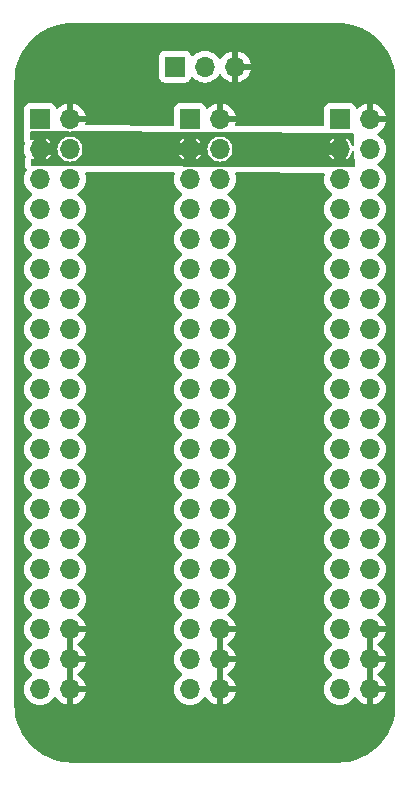
<source format=gbr>
%TF.GenerationSoftware,KiCad,Pcbnew,8.0.1*%
%TF.CreationDate,2024-04-11T20:05:41-05:00*%
%TF.ProjectId,One-to-One LA Adapter,4f6e652d-746f-42d4-9f6e-65204c412041,rev?*%
%TF.SameCoordinates,Original*%
%TF.FileFunction,Copper,L2,Bot*%
%TF.FilePolarity,Positive*%
%FSLAX46Y46*%
G04 Gerber Fmt 4.6, Leading zero omitted, Abs format (unit mm)*
G04 Created by KiCad (PCBNEW 8.0.1) date 2024-04-11 20:05:41*
%MOMM*%
%LPD*%
G01*
G04 APERTURE LIST*
%TA.AperFunction,ComponentPad*%
%ADD10R,1.700000X1.700000*%
%TD*%
%TA.AperFunction,ComponentPad*%
%ADD11O,1.700000X1.700000*%
%TD*%
%TA.AperFunction,ViaPad*%
%ADD12C,0.800000*%
%TD*%
G04 APERTURE END LIST*
D10*
%TO.P,J2,1,Pin_1*%
%TO.N,/XCLK*%
X137160000Y-66040000D03*
D11*
%TO.P,J2,2,Pin_2*%
%TO.N,GND*%
X139700000Y-66040000D03*
%TO.P,J2,3,Pin_3*%
%TO.N,+5V*%
X137160000Y-68580000D03*
%TO.P,J2,4,Pin_4*%
%TO.N,/XE*%
X139700000Y-68580000D03*
%TO.P,J2,5,Pin_5*%
%TO.N,/XBUSREQ*%
X137160000Y-71120000D03*
%TO.P,J2,6,Pin_6*%
%TO.N,/XSLC*%
X139700000Y-71120000D03*
%TO.P,J2,7,Pin_7*%
%TO.N,/XBUSACK*%
X137160000Y-73660000D03*
%TO.P,J2,8,Pin_8*%
%TO.N,/XIRQ*%
X139700000Y-73660000D03*
%TO.P,J2,9,Pin_9*%
%TO.N,/XRD*%
X137160000Y-76200000D03*
%TO.P,J2,10,Pin_10*%
%TO.N,/XWR*%
X139700000Y-76200000D03*
%TO.P,J2,11,Pin_11*%
%TO.N,/XA0*%
X137160000Y-78740000D03*
%TO.P,J2,12,Pin_12*%
%TO.N,/XA1*%
X139700000Y-78740000D03*
%TO.P,J2,13,Pin_13*%
%TO.N,/XA2*%
X137160000Y-81280000D03*
%TO.P,J2,14,Pin_14*%
%TO.N,/XA3*%
X139700000Y-81280000D03*
%TO.P,J2,15,Pin_15*%
%TO.N,/XA4*%
X137160000Y-83820000D03*
%TO.P,J2,16,Pin_16*%
%TO.N,/XA5*%
X139700000Y-83820000D03*
%TO.P,J2,17,Pin_17*%
%TO.N,/XA6*%
X137160000Y-86360000D03*
%TO.P,J2,18,Pin_18*%
%TO.N,/XA7*%
X139700000Y-86360000D03*
%TO.P,J2,19,Pin_19*%
%TO.N,/XA8*%
X137160000Y-88900000D03*
%TO.P,J2,20,Pin_20*%
%TO.N,/XA9*%
X139700000Y-88900000D03*
%TO.P,J2,21,Pin_21*%
%TO.N,/XA10*%
X137160000Y-91440000D03*
%TO.P,J2,22,Pin_22*%
%TO.N,/XA11*%
X139700000Y-91440000D03*
%TO.P,J2,23,Pin_23*%
%TO.N,/XA12*%
X137160000Y-93980000D03*
%TO.P,J2,24,Pin_24*%
%TO.N,/XA13*%
X139700000Y-93980000D03*
%TO.P,J2,25,Pin_25*%
%TO.N,/XA14*%
X137160000Y-96520000D03*
%TO.P,J2,26,Pin_26*%
%TO.N,/XA15*%
X139700000Y-96520000D03*
%TO.P,J2,27,Pin_27*%
%TO.N,/XD0*%
X137160000Y-99060000D03*
%TO.P,J2,28,Pin_28*%
%TO.N,/XD1*%
X139700000Y-99060000D03*
%TO.P,J2,29,Pin_29*%
%TO.N,/XD2*%
X137160000Y-101600000D03*
%TO.P,J2,30,Pin_30*%
%TO.N,/XD3*%
X139700000Y-101600000D03*
%TO.P,J2,31,Pin_31*%
%TO.N,/XD4*%
X137160000Y-104140000D03*
%TO.P,J2,32,Pin_32*%
%TO.N,/XD5*%
X139700000Y-104140000D03*
%TO.P,J2,33,Pin_33*%
%TO.N,/XD6*%
X137160000Y-106680000D03*
%TO.P,J2,34,Pin_34*%
%TO.N,/XD7*%
X139700000Y-106680000D03*
%TO.P,J2,35,Pin_35*%
%TO.N,+5V*%
X137160000Y-109220000D03*
%TO.P,J2,36,Pin_36*%
%TO.N,GND*%
X139700000Y-109220000D03*
%TO.P,J2,37,Pin_37*%
%TO.N,+5V*%
X137160000Y-111760000D03*
%TO.P,J2,38,Pin_38*%
%TO.N,GND*%
X139700000Y-111760000D03*
%TO.P,J2,39,Pin_39*%
%TO.N,/XIN*%
X137160000Y-114300000D03*
%TO.P,J2,40,Pin_40*%
%TO.N,GND*%
X139700000Y-114300000D03*
%TD*%
D10*
%TO.P,J3,1,Pin_1*%
%TO.N,/XCLK*%
X162560000Y-66040000D03*
D11*
%TO.P,J3,2,Pin_2*%
%TO.N,GND*%
X165100000Y-66040000D03*
%TO.P,J3,3,Pin_3*%
%TO.N,+5V*%
X162560000Y-68580000D03*
%TO.P,J3,4,Pin_4*%
%TO.N,/XE*%
X165100000Y-68580000D03*
%TO.P,J3,5,Pin_5*%
%TO.N,/XBUSREQ*%
X162560000Y-71120000D03*
%TO.P,J3,6,Pin_6*%
%TO.N,/XSLC*%
X165100000Y-71120000D03*
%TO.P,J3,7,Pin_7*%
%TO.N,/XBUSACK*%
X162560000Y-73660000D03*
%TO.P,J3,8,Pin_8*%
%TO.N,/XIRQ*%
X165100000Y-73660000D03*
%TO.P,J3,9,Pin_9*%
%TO.N,/XRD*%
X162560000Y-76200000D03*
%TO.P,J3,10,Pin_10*%
%TO.N,/XWR*%
X165100000Y-76200000D03*
%TO.P,J3,11,Pin_11*%
%TO.N,/XA0*%
X162560000Y-78740000D03*
%TO.P,J3,12,Pin_12*%
%TO.N,/XA1*%
X165100000Y-78740000D03*
%TO.P,J3,13,Pin_13*%
%TO.N,/XA2*%
X162560000Y-81280000D03*
%TO.P,J3,14,Pin_14*%
%TO.N,/XA3*%
X165100000Y-81280000D03*
%TO.P,J3,15,Pin_15*%
%TO.N,/XA4*%
X162560000Y-83820000D03*
%TO.P,J3,16,Pin_16*%
%TO.N,/XA5*%
X165100000Y-83820000D03*
%TO.P,J3,17,Pin_17*%
%TO.N,/XA6*%
X162560000Y-86360000D03*
%TO.P,J3,18,Pin_18*%
%TO.N,/XA7*%
X165100000Y-86360000D03*
%TO.P,J3,19,Pin_19*%
%TO.N,/XA8*%
X162560000Y-88900000D03*
%TO.P,J3,20,Pin_20*%
%TO.N,/XA9*%
X165100000Y-88900000D03*
%TO.P,J3,21,Pin_21*%
%TO.N,/XA10*%
X162560000Y-91440000D03*
%TO.P,J3,22,Pin_22*%
%TO.N,/XA11*%
X165100000Y-91440000D03*
%TO.P,J3,23,Pin_23*%
%TO.N,/XA12*%
X162560000Y-93980000D03*
%TO.P,J3,24,Pin_24*%
%TO.N,/XA13*%
X165100000Y-93980000D03*
%TO.P,J3,25,Pin_25*%
%TO.N,/XA14*%
X162560000Y-96520000D03*
%TO.P,J3,26,Pin_26*%
%TO.N,/XA15*%
X165100000Y-96520000D03*
%TO.P,J3,27,Pin_27*%
%TO.N,/XD0*%
X162560000Y-99060000D03*
%TO.P,J3,28,Pin_28*%
%TO.N,/XD1*%
X165100000Y-99060000D03*
%TO.P,J3,29,Pin_29*%
%TO.N,/XD2*%
X162560000Y-101600000D03*
%TO.P,J3,30,Pin_30*%
%TO.N,/XD3*%
X165100000Y-101600000D03*
%TO.P,J3,31,Pin_31*%
%TO.N,/XD4*%
X162560000Y-104140000D03*
%TO.P,J3,32,Pin_32*%
%TO.N,/XD5*%
X165100000Y-104140000D03*
%TO.P,J3,33,Pin_33*%
%TO.N,/XD6*%
X162560000Y-106680000D03*
%TO.P,J3,34,Pin_34*%
%TO.N,/XD7*%
X165100000Y-106680000D03*
%TO.P,J3,35,Pin_35*%
%TO.N,+5V*%
X162560000Y-109220000D03*
%TO.P,J3,36,Pin_36*%
%TO.N,GND*%
X165100000Y-109220000D03*
%TO.P,J3,37,Pin_37*%
%TO.N,+5V*%
X162560000Y-111760000D03*
%TO.P,J3,38,Pin_38*%
%TO.N,GND*%
X165100000Y-111760000D03*
%TO.P,J3,39,Pin_39*%
%TO.N,/XIN*%
X162560000Y-114300000D03*
%TO.P,J3,40,Pin_40*%
%TO.N,GND*%
X165100000Y-114300000D03*
%TD*%
D10*
%TO.P,J4,1,Pin_1*%
%TO.N,+5V*%
X148590000Y-61595000D03*
D11*
%TO.P,J4,2,Pin_2*%
%TO.N,/XE*%
X151130000Y-61595000D03*
%TO.P,J4,3,Pin_3*%
%TO.N,GND*%
X153670000Y-61595000D03*
%TD*%
D10*
%TO.P,J1,1,Pin_1*%
%TO.N,/XCLK*%
X149860000Y-66040000D03*
D11*
%TO.P,J1,2,Pin_2*%
%TO.N,GND*%
X152400000Y-66040000D03*
%TO.P,J1,3,Pin_3*%
%TO.N,+5V*%
X149860000Y-68580000D03*
%TO.P,J1,4,Pin_4*%
%TO.N,/XE*%
X152400000Y-68580000D03*
%TO.P,J1,5,Pin_5*%
%TO.N,/XBUSREQ*%
X149860000Y-71120000D03*
%TO.P,J1,6,Pin_6*%
%TO.N,/XSLC*%
X152400000Y-71120000D03*
%TO.P,J1,7,Pin_7*%
%TO.N,/XBUSACK*%
X149860000Y-73660000D03*
%TO.P,J1,8,Pin_8*%
%TO.N,/XIRQ*%
X152400000Y-73660000D03*
%TO.P,J1,9,Pin_9*%
%TO.N,/XRD*%
X149860000Y-76200000D03*
%TO.P,J1,10,Pin_10*%
%TO.N,/XWR*%
X152400000Y-76200000D03*
%TO.P,J1,11,Pin_11*%
%TO.N,/XA0*%
X149860000Y-78740000D03*
%TO.P,J1,12,Pin_12*%
%TO.N,/XA1*%
X152400000Y-78740000D03*
%TO.P,J1,13,Pin_13*%
%TO.N,/XA2*%
X149860000Y-81280000D03*
%TO.P,J1,14,Pin_14*%
%TO.N,/XA3*%
X152400000Y-81280000D03*
%TO.P,J1,15,Pin_15*%
%TO.N,/XA4*%
X149860000Y-83820000D03*
%TO.P,J1,16,Pin_16*%
%TO.N,/XA5*%
X152400000Y-83820000D03*
%TO.P,J1,17,Pin_17*%
%TO.N,/XA6*%
X149860000Y-86360000D03*
%TO.P,J1,18,Pin_18*%
%TO.N,/XA7*%
X152400000Y-86360000D03*
%TO.P,J1,19,Pin_19*%
%TO.N,/XA8*%
X149860000Y-88900000D03*
%TO.P,J1,20,Pin_20*%
%TO.N,/XA9*%
X152400000Y-88900000D03*
%TO.P,J1,21,Pin_21*%
%TO.N,/XA10*%
X149860000Y-91440000D03*
%TO.P,J1,22,Pin_22*%
%TO.N,/XA11*%
X152400000Y-91440000D03*
%TO.P,J1,23,Pin_23*%
%TO.N,/XA12*%
X149860000Y-93980000D03*
%TO.P,J1,24,Pin_24*%
%TO.N,/XA13*%
X152400000Y-93980000D03*
%TO.P,J1,25,Pin_25*%
%TO.N,/XA14*%
X149860000Y-96520000D03*
%TO.P,J1,26,Pin_26*%
%TO.N,/XA15*%
X152400000Y-96520000D03*
%TO.P,J1,27,Pin_27*%
%TO.N,/XD0*%
X149860000Y-99060000D03*
%TO.P,J1,28,Pin_28*%
%TO.N,/XD1*%
X152400000Y-99060000D03*
%TO.P,J1,29,Pin_29*%
%TO.N,/XD2*%
X149860000Y-101600000D03*
%TO.P,J1,30,Pin_30*%
%TO.N,/XD3*%
X152400000Y-101600000D03*
%TO.P,J1,31,Pin_31*%
%TO.N,/XD4*%
X149860000Y-104140000D03*
%TO.P,J1,32,Pin_32*%
%TO.N,/XD5*%
X152400000Y-104140000D03*
%TO.P,J1,33,Pin_33*%
%TO.N,/XD6*%
X149860000Y-106680000D03*
%TO.P,J1,34,Pin_34*%
%TO.N,/XD7*%
X152400000Y-106680000D03*
%TO.P,J1,35,Pin_35*%
%TO.N,+5V*%
X149860000Y-109220000D03*
%TO.P,J1,36,Pin_36*%
%TO.N,GND*%
X152400000Y-109220000D03*
%TO.P,J1,37,Pin_37*%
%TO.N,+5V*%
X149860000Y-111760000D03*
%TO.P,J1,38,Pin_38*%
%TO.N,GND*%
X152400000Y-111760000D03*
%TO.P,J1,39,Pin_39*%
%TO.N,/XIN*%
X149860000Y-114300000D03*
%TO.P,J1,40,Pin_40*%
%TO.N,GND*%
X152400000Y-114300000D03*
%TD*%
D12*
%TO.N,GND*%
X156464000Y-118110000D03*
%TD*%
%TA.AperFunction,Conductor*%
%TO.N,GND*%
G36*
X139950000Y-113866988D02*
G01*
X139892993Y-113834075D01*
X139765826Y-113800000D01*
X139634174Y-113800000D01*
X139507007Y-113834075D01*
X139450000Y-113866988D01*
X139450000Y-112193012D01*
X139507007Y-112225925D01*
X139634174Y-112260000D01*
X139765826Y-112260000D01*
X139892993Y-112225925D01*
X139950000Y-112193012D01*
X139950000Y-113866988D01*
G37*
%TD.AperFunction*%
%TA.AperFunction,Conductor*%
G36*
X152650000Y-113866988D02*
G01*
X152592993Y-113834075D01*
X152465826Y-113800000D01*
X152334174Y-113800000D01*
X152207007Y-113834075D01*
X152150000Y-113866988D01*
X152150000Y-112193012D01*
X152207007Y-112225925D01*
X152334174Y-112260000D01*
X152465826Y-112260000D01*
X152592993Y-112225925D01*
X152650000Y-112193012D01*
X152650000Y-113866988D01*
G37*
%TD.AperFunction*%
%TA.AperFunction,Conductor*%
G36*
X165350000Y-113866988D02*
G01*
X165292993Y-113834075D01*
X165165826Y-113800000D01*
X165034174Y-113800000D01*
X164907007Y-113834075D01*
X164850000Y-113866988D01*
X164850000Y-112193012D01*
X164907007Y-112225925D01*
X165034174Y-112260000D01*
X165165826Y-112260000D01*
X165292993Y-112225925D01*
X165350000Y-112193012D01*
X165350000Y-113866988D01*
G37*
%TD.AperFunction*%
%TA.AperFunction,Conductor*%
G36*
X139950000Y-111326988D02*
G01*
X139892993Y-111294075D01*
X139765826Y-111260000D01*
X139634174Y-111260000D01*
X139507007Y-111294075D01*
X139450000Y-111326988D01*
X139450000Y-109653012D01*
X139507007Y-109685925D01*
X139634174Y-109720000D01*
X139765826Y-109720000D01*
X139892993Y-109685925D01*
X139950000Y-109653012D01*
X139950000Y-111326988D01*
G37*
%TD.AperFunction*%
%TA.AperFunction,Conductor*%
G36*
X152650000Y-111326988D02*
G01*
X152592993Y-111294075D01*
X152465826Y-111260000D01*
X152334174Y-111260000D01*
X152207007Y-111294075D01*
X152150000Y-111326988D01*
X152150000Y-109653012D01*
X152207007Y-109685925D01*
X152334174Y-109720000D01*
X152465826Y-109720000D01*
X152592993Y-109685925D01*
X152650000Y-109653012D01*
X152650000Y-111326988D01*
G37*
%TD.AperFunction*%
%TA.AperFunction,Conductor*%
G36*
X165350000Y-111326988D02*
G01*
X165292993Y-111294075D01*
X165165826Y-111260000D01*
X165034174Y-111260000D01*
X164907007Y-111294075D01*
X164850000Y-111326988D01*
X164850000Y-109653012D01*
X164907007Y-109685925D01*
X165034174Y-109720000D01*
X165165826Y-109720000D01*
X165292993Y-109685925D01*
X165350000Y-109653012D01*
X165350000Y-111326988D01*
G37*
%TD.AperFunction*%
%TA.AperFunction,Conductor*%
G36*
X162388702Y-57912618D02*
G01*
X162402417Y-57913216D01*
X162805278Y-57930805D01*
X162816015Y-57931745D01*
X163226742Y-57985818D01*
X163237368Y-57987691D01*
X163641828Y-58077358D01*
X163652240Y-58080147D01*
X164047347Y-58204725D01*
X164057482Y-58208414D01*
X164440214Y-58366947D01*
X164450006Y-58371513D01*
X164817465Y-58562800D01*
X164826805Y-58568193D01*
X165152555Y-58775719D01*
X165176180Y-58790770D01*
X165185041Y-58796974D01*
X165513690Y-59049154D01*
X165521977Y-59056108D01*
X165827386Y-59335964D01*
X165835035Y-59343613D01*
X166114891Y-59649022D01*
X166121845Y-59657309D01*
X166374025Y-59985958D01*
X166380229Y-59994819D01*
X166588393Y-60321570D01*
X166602798Y-60344180D01*
X166608203Y-60353542D01*
X166685834Y-60502669D01*
X166799483Y-60720987D01*
X166804055Y-60730791D01*
X166962579Y-61113502D01*
X166966278Y-61123666D01*
X167036065Y-61345000D01*
X167090846Y-61518740D01*
X167093646Y-61529190D01*
X167183305Y-61933618D01*
X167185183Y-61944271D01*
X167239252Y-62354964D01*
X167240195Y-62365740D01*
X167258382Y-62782297D01*
X167258500Y-62787706D01*
X167258500Y-115647293D01*
X167258382Y-115652702D01*
X167240195Y-116069259D01*
X167239252Y-116080035D01*
X167185183Y-116490728D01*
X167183305Y-116501381D01*
X167093646Y-116905809D01*
X167090846Y-116916259D01*
X166966279Y-117311332D01*
X166962579Y-117321497D01*
X166804055Y-117704208D01*
X166799483Y-117714012D01*
X166608207Y-118081451D01*
X166602798Y-118090819D01*
X166380229Y-118440180D01*
X166374025Y-118449041D01*
X166121845Y-118777690D01*
X166114891Y-118785977D01*
X165835035Y-119091386D01*
X165827386Y-119099035D01*
X165521977Y-119378891D01*
X165513690Y-119385845D01*
X165185041Y-119638025D01*
X165176180Y-119644229D01*
X164826819Y-119866798D01*
X164817451Y-119872207D01*
X164450012Y-120063483D01*
X164440208Y-120068055D01*
X164057497Y-120226579D01*
X164047332Y-120230279D01*
X163652259Y-120354846D01*
X163641809Y-120357646D01*
X163237381Y-120447305D01*
X163226728Y-120449183D01*
X162816035Y-120503252D01*
X162805259Y-120504195D01*
X162388703Y-120522382D01*
X162383294Y-120522500D01*
X139876706Y-120522500D01*
X139871297Y-120522382D01*
X139454740Y-120504195D01*
X139443964Y-120503252D01*
X139033271Y-120449183D01*
X139022618Y-120447305D01*
X138758962Y-120388854D01*
X138618187Y-120357645D01*
X138607744Y-120354847D01*
X138212666Y-120230278D01*
X138202502Y-120226579D01*
X137819791Y-120068055D01*
X137809987Y-120063483D01*
X137689481Y-120000751D01*
X137442542Y-119872203D01*
X137433187Y-119866802D01*
X137258499Y-119755513D01*
X137083819Y-119644229D01*
X137074958Y-119638025D01*
X136746309Y-119385845D01*
X136738022Y-119378891D01*
X136432613Y-119099035D01*
X136424964Y-119091386D01*
X136145108Y-118785977D01*
X136138154Y-118777690D01*
X135885974Y-118449041D01*
X135879770Y-118440180D01*
X135775771Y-118276935D01*
X135657193Y-118090805D01*
X135651800Y-118081465D01*
X135460513Y-117714006D01*
X135455944Y-117704208D01*
X135377771Y-117515481D01*
X135297414Y-117321482D01*
X135293725Y-117311347D01*
X135169147Y-116916240D01*
X135166358Y-116905828D01*
X135076691Y-116501368D01*
X135074818Y-116490742D01*
X135020745Y-116080015D01*
X135019805Y-116069278D01*
X135001618Y-115652701D01*
X135001500Y-115647293D01*
X135001500Y-67220627D01*
X135772180Y-67220627D01*
X135772363Y-67224839D01*
X135794818Y-67741303D01*
X135805264Y-67823859D01*
X135812088Y-67856151D01*
X135841384Y-67949229D01*
X135858323Y-67977208D01*
X135876531Y-68007281D01*
X135894413Y-68074822D01*
X135886981Y-68113905D01*
X135886098Y-68116330D01*
X135824938Y-68344586D01*
X135824936Y-68344596D01*
X135804341Y-68579999D01*
X135804341Y-68580000D01*
X135824936Y-68815403D01*
X135824938Y-68815413D01*
X135886094Y-69043655D01*
X135886099Y-69043669D01*
X135935442Y-69149485D01*
X135945934Y-69218562D01*
X135936610Y-69251713D01*
X135907377Y-69318334D01*
X135890770Y-69378175D01*
X135887092Y-69392199D01*
X135872821Y-69535371D01*
X135888812Y-69903173D01*
X135896185Y-69969952D01*
X135896188Y-69969972D01*
X135900874Y-69996247D01*
X135921639Y-70075159D01*
X135921640Y-70075162D01*
X135988192Y-70202717D01*
X135988197Y-70202724D01*
X136020631Y-70247803D01*
X136043806Y-70313717D01*
X136027666Y-70381697D01*
X136021553Y-70391345D01*
X135991901Y-70433692D01*
X135985967Y-70442169D01*
X135985963Y-70442174D01*
X135886098Y-70656335D01*
X135886094Y-70656344D01*
X135824938Y-70884586D01*
X135824936Y-70884596D01*
X135804341Y-71119999D01*
X135804341Y-71120000D01*
X135824936Y-71355403D01*
X135824938Y-71355413D01*
X135886094Y-71583655D01*
X135886096Y-71583659D01*
X135886097Y-71583663D01*
X135890000Y-71592032D01*
X135985965Y-71797830D01*
X135985967Y-71797834D01*
X136094281Y-71952521D01*
X136121501Y-71991396D01*
X136121506Y-71991402D01*
X136288597Y-72158493D01*
X136288603Y-72158498D01*
X136474158Y-72288425D01*
X136517783Y-72343002D01*
X136524977Y-72412500D01*
X136493454Y-72474855D01*
X136474158Y-72491575D01*
X136288597Y-72621505D01*
X136121505Y-72788597D01*
X135985965Y-72982169D01*
X135985964Y-72982171D01*
X135886098Y-73196335D01*
X135886094Y-73196344D01*
X135824938Y-73424586D01*
X135824936Y-73424596D01*
X135804341Y-73659999D01*
X135804341Y-73660000D01*
X135824936Y-73895403D01*
X135824938Y-73895413D01*
X135886094Y-74123655D01*
X135886096Y-74123659D01*
X135886097Y-74123663D01*
X135890000Y-74132032D01*
X135985965Y-74337830D01*
X135985967Y-74337834D01*
X136094281Y-74492521D01*
X136121501Y-74531396D01*
X136121506Y-74531402D01*
X136288597Y-74698493D01*
X136288603Y-74698498D01*
X136474158Y-74828425D01*
X136517783Y-74883002D01*
X136524977Y-74952500D01*
X136493454Y-75014855D01*
X136474158Y-75031575D01*
X136288597Y-75161505D01*
X136121505Y-75328597D01*
X135985965Y-75522169D01*
X135985964Y-75522171D01*
X135886098Y-75736335D01*
X135886094Y-75736344D01*
X135824938Y-75964586D01*
X135824936Y-75964596D01*
X135804341Y-76199999D01*
X135804341Y-76200000D01*
X135824936Y-76435403D01*
X135824938Y-76435413D01*
X135886094Y-76663655D01*
X135886096Y-76663659D01*
X135886097Y-76663663D01*
X135890000Y-76672032D01*
X135985965Y-76877830D01*
X135985967Y-76877834D01*
X136094281Y-77032521D01*
X136121501Y-77071396D01*
X136121506Y-77071402D01*
X136288597Y-77238493D01*
X136288603Y-77238498D01*
X136474158Y-77368425D01*
X136517783Y-77423002D01*
X136524977Y-77492500D01*
X136493454Y-77554855D01*
X136474158Y-77571575D01*
X136288597Y-77701505D01*
X136121505Y-77868597D01*
X135985965Y-78062169D01*
X135985964Y-78062171D01*
X135886098Y-78276335D01*
X135886094Y-78276344D01*
X135824938Y-78504586D01*
X135824936Y-78504596D01*
X135804341Y-78739999D01*
X135804341Y-78740000D01*
X135824936Y-78975403D01*
X135824938Y-78975413D01*
X135886094Y-79203655D01*
X135886096Y-79203659D01*
X135886097Y-79203663D01*
X135890000Y-79212032D01*
X135985965Y-79417830D01*
X135985967Y-79417834D01*
X136094281Y-79572521D01*
X136121501Y-79611396D01*
X136121506Y-79611402D01*
X136288597Y-79778493D01*
X136288603Y-79778498D01*
X136474158Y-79908425D01*
X136517783Y-79963002D01*
X136524977Y-80032500D01*
X136493454Y-80094855D01*
X136474158Y-80111575D01*
X136288597Y-80241505D01*
X136121505Y-80408597D01*
X135985965Y-80602169D01*
X135985964Y-80602171D01*
X135886098Y-80816335D01*
X135886094Y-80816344D01*
X135824938Y-81044586D01*
X135824936Y-81044596D01*
X135804341Y-81279999D01*
X135804341Y-81280000D01*
X135824936Y-81515403D01*
X135824938Y-81515413D01*
X135886094Y-81743655D01*
X135886096Y-81743659D01*
X135886097Y-81743663D01*
X135890000Y-81752032D01*
X135985965Y-81957830D01*
X135985967Y-81957834D01*
X136094281Y-82112521D01*
X136121501Y-82151396D01*
X136121506Y-82151402D01*
X136288597Y-82318493D01*
X136288603Y-82318498D01*
X136474158Y-82448425D01*
X136517783Y-82503002D01*
X136524977Y-82572500D01*
X136493454Y-82634855D01*
X136474158Y-82651575D01*
X136288597Y-82781505D01*
X136121505Y-82948597D01*
X135985965Y-83142169D01*
X135985964Y-83142171D01*
X135886098Y-83356335D01*
X135886094Y-83356344D01*
X135824938Y-83584586D01*
X135824936Y-83584596D01*
X135804341Y-83819999D01*
X135804341Y-83820000D01*
X135824936Y-84055403D01*
X135824938Y-84055413D01*
X135886094Y-84283655D01*
X135886096Y-84283659D01*
X135886097Y-84283663D01*
X135890000Y-84292032D01*
X135985965Y-84497830D01*
X135985967Y-84497834D01*
X136094281Y-84652521D01*
X136121501Y-84691396D01*
X136121506Y-84691402D01*
X136288597Y-84858493D01*
X136288603Y-84858498D01*
X136474158Y-84988425D01*
X136517783Y-85043002D01*
X136524977Y-85112500D01*
X136493454Y-85174855D01*
X136474158Y-85191575D01*
X136288597Y-85321505D01*
X136121505Y-85488597D01*
X135985965Y-85682169D01*
X135985964Y-85682171D01*
X135886098Y-85896335D01*
X135886094Y-85896344D01*
X135824938Y-86124586D01*
X135824936Y-86124596D01*
X135804341Y-86359999D01*
X135804341Y-86360000D01*
X135824936Y-86595403D01*
X135824938Y-86595413D01*
X135886094Y-86823655D01*
X135886096Y-86823659D01*
X135886097Y-86823663D01*
X135890000Y-86832032D01*
X135985965Y-87037830D01*
X135985967Y-87037834D01*
X136094281Y-87192521D01*
X136121501Y-87231396D01*
X136121506Y-87231402D01*
X136288597Y-87398493D01*
X136288603Y-87398498D01*
X136474158Y-87528425D01*
X136517783Y-87583002D01*
X136524977Y-87652500D01*
X136493454Y-87714855D01*
X136474158Y-87731575D01*
X136288597Y-87861505D01*
X136121505Y-88028597D01*
X135985965Y-88222169D01*
X135985964Y-88222171D01*
X135886098Y-88436335D01*
X135886094Y-88436344D01*
X135824938Y-88664586D01*
X135824936Y-88664596D01*
X135804341Y-88899999D01*
X135804341Y-88900000D01*
X135824936Y-89135403D01*
X135824938Y-89135413D01*
X135886094Y-89363655D01*
X135886096Y-89363659D01*
X135886097Y-89363663D01*
X135890000Y-89372032D01*
X135985965Y-89577830D01*
X135985967Y-89577834D01*
X136094281Y-89732521D01*
X136121501Y-89771396D01*
X136121506Y-89771402D01*
X136288597Y-89938493D01*
X136288603Y-89938498D01*
X136474158Y-90068425D01*
X136517783Y-90123002D01*
X136524977Y-90192500D01*
X136493454Y-90254855D01*
X136474158Y-90271575D01*
X136288597Y-90401505D01*
X136121505Y-90568597D01*
X135985965Y-90762169D01*
X135985964Y-90762171D01*
X135886098Y-90976335D01*
X135886094Y-90976344D01*
X135824938Y-91204586D01*
X135824936Y-91204596D01*
X135804341Y-91439999D01*
X135804341Y-91440000D01*
X135824936Y-91675403D01*
X135824938Y-91675413D01*
X135886094Y-91903655D01*
X135886096Y-91903659D01*
X135886097Y-91903663D01*
X135890000Y-91912032D01*
X135985965Y-92117830D01*
X135985967Y-92117834D01*
X136094281Y-92272521D01*
X136121501Y-92311396D01*
X136121506Y-92311402D01*
X136288597Y-92478493D01*
X136288603Y-92478498D01*
X136474158Y-92608425D01*
X136517783Y-92663002D01*
X136524977Y-92732500D01*
X136493454Y-92794855D01*
X136474158Y-92811575D01*
X136288597Y-92941505D01*
X136121505Y-93108597D01*
X135985965Y-93302169D01*
X135985964Y-93302171D01*
X135886098Y-93516335D01*
X135886094Y-93516344D01*
X135824938Y-93744586D01*
X135824936Y-93744596D01*
X135804341Y-93979999D01*
X135804341Y-93980000D01*
X135824936Y-94215403D01*
X135824938Y-94215413D01*
X135886094Y-94443655D01*
X135886096Y-94443659D01*
X135886097Y-94443663D01*
X135890000Y-94452032D01*
X135985965Y-94657830D01*
X135985967Y-94657834D01*
X136094281Y-94812521D01*
X136121501Y-94851396D01*
X136121506Y-94851402D01*
X136288597Y-95018493D01*
X136288603Y-95018498D01*
X136474158Y-95148425D01*
X136517783Y-95203002D01*
X136524977Y-95272500D01*
X136493454Y-95334855D01*
X136474158Y-95351575D01*
X136288597Y-95481505D01*
X136121505Y-95648597D01*
X135985965Y-95842169D01*
X135985964Y-95842171D01*
X135886098Y-96056335D01*
X135886094Y-96056344D01*
X135824938Y-96284586D01*
X135824936Y-96284596D01*
X135804341Y-96519999D01*
X135804341Y-96520000D01*
X135824936Y-96755403D01*
X135824938Y-96755413D01*
X135886094Y-96983655D01*
X135886096Y-96983659D01*
X135886097Y-96983663D01*
X135890000Y-96992032D01*
X135985965Y-97197830D01*
X135985967Y-97197834D01*
X136094281Y-97352521D01*
X136121501Y-97391396D01*
X136121506Y-97391402D01*
X136288597Y-97558493D01*
X136288603Y-97558498D01*
X136474158Y-97688425D01*
X136517783Y-97743002D01*
X136524977Y-97812500D01*
X136493454Y-97874855D01*
X136474158Y-97891575D01*
X136288597Y-98021505D01*
X136121505Y-98188597D01*
X135985965Y-98382169D01*
X135985964Y-98382171D01*
X135886098Y-98596335D01*
X135886094Y-98596344D01*
X135824938Y-98824586D01*
X135824936Y-98824596D01*
X135804341Y-99059999D01*
X135804341Y-99060000D01*
X135824936Y-99295403D01*
X135824938Y-99295413D01*
X135886094Y-99523655D01*
X135886096Y-99523659D01*
X135886097Y-99523663D01*
X135890000Y-99532032D01*
X135985965Y-99737830D01*
X135985967Y-99737834D01*
X136094281Y-99892521D01*
X136121501Y-99931396D01*
X136121506Y-99931402D01*
X136288597Y-100098493D01*
X136288603Y-100098498D01*
X136474158Y-100228425D01*
X136517783Y-100283002D01*
X136524977Y-100352500D01*
X136493454Y-100414855D01*
X136474158Y-100431575D01*
X136288597Y-100561505D01*
X136121505Y-100728597D01*
X135985965Y-100922169D01*
X135985964Y-100922171D01*
X135886098Y-101136335D01*
X135886094Y-101136344D01*
X135824938Y-101364586D01*
X135824936Y-101364596D01*
X135804341Y-101599999D01*
X135804341Y-101600000D01*
X135824936Y-101835403D01*
X135824938Y-101835413D01*
X135886094Y-102063655D01*
X135886096Y-102063659D01*
X135886097Y-102063663D01*
X135890000Y-102072032D01*
X135985965Y-102277830D01*
X135985967Y-102277834D01*
X136094281Y-102432521D01*
X136121501Y-102471396D01*
X136121506Y-102471402D01*
X136288597Y-102638493D01*
X136288603Y-102638498D01*
X136474158Y-102768425D01*
X136517783Y-102823002D01*
X136524977Y-102892500D01*
X136493454Y-102954855D01*
X136474158Y-102971575D01*
X136288597Y-103101505D01*
X136121505Y-103268597D01*
X135985965Y-103462169D01*
X135985964Y-103462171D01*
X135886098Y-103676335D01*
X135886094Y-103676344D01*
X135824938Y-103904586D01*
X135824936Y-103904596D01*
X135804341Y-104139999D01*
X135804341Y-104140000D01*
X135824936Y-104375403D01*
X135824938Y-104375413D01*
X135886094Y-104603655D01*
X135886096Y-104603659D01*
X135886097Y-104603663D01*
X135890000Y-104612032D01*
X135985965Y-104817830D01*
X135985967Y-104817834D01*
X136094281Y-104972521D01*
X136121501Y-105011396D01*
X136121506Y-105011402D01*
X136288597Y-105178493D01*
X136288603Y-105178498D01*
X136474158Y-105308425D01*
X136517783Y-105363002D01*
X136524977Y-105432500D01*
X136493454Y-105494855D01*
X136474158Y-105511575D01*
X136288597Y-105641505D01*
X136121505Y-105808597D01*
X135985965Y-106002169D01*
X135985964Y-106002171D01*
X135886098Y-106216335D01*
X135886094Y-106216344D01*
X135824938Y-106444586D01*
X135824936Y-106444596D01*
X135804341Y-106679999D01*
X135804341Y-106680000D01*
X135824936Y-106915403D01*
X135824938Y-106915413D01*
X135886094Y-107143655D01*
X135886096Y-107143659D01*
X135886097Y-107143663D01*
X135890000Y-107152032D01*
X135985965Y-107357830D01*
X135985967Y-107357834D01*
X136094281Y-107512521D01*
X136121501Y-107551396D01*
X136121506Y-107551402D01*
X136288597Y-107718493D01*
X136288603Y-107718498D01*
X136474158Y-107848425D01*
X136517783Y-107903002D01*
X136524977Y-107972500D01*
X136493454Y-108034855D01*
X136474158Y-108051575D01*
X136288597Y-108181505D01*
X136121505Y-108348597D01*
X135985965Y-108542169D01*
X135985964Y-108542171D01*
X135886098Y-108756335D01*
X135886094Y-108756344D01*
X135824938Y-108984586D01*
X135824936Y-108984596D01*
X135804341Y-109219999D01*
X135804341Y-109220000D01*
X135824936Y-109455403D01*
X135824938Y-109455413D01*
X135886094Y-109683655D01*
X135886096Y-109683659D01*
X135886097Y-109683663D01*
X135969155Y-109861781D01*
X135985965Y-109897830D01*
X135985967Y-109897834D01*
X136094281Y-110052521D01*
X136121501Y-110091396D01*
X136121506Y-110091402D01*
X136288597Y-110258493D01*
X136288603Y-110258498D01*
X136474158Y-110388425D01*
X136517783Y-110443002D01*
X136524977Y-110512500D01*
X136493454Y-110574855D01*
X136474158Y-110591575D01*
X136288597Y-110721505D01*
X136121505Y-110888597D01*
X135985965Y-111082169D01*
X135985964Y-111082171D01*
X135886098Y-111296335D01*
X135886094Y-111296344D01*
X135824938Y-111524586D01*
X135824936Y-111524596D01*
X135804341Y-111759999D01*
X135804341Y-111760000D01*
X135824936Y-111995403D01*
X135824938Y-111995413D01*
X135886094Y-112223655D01*
X135886096Y-112223659D01*
X135886097Y-112223663D01*
X135969155Y-112401781D01*
X135985965Y-112437830D01*
X135985967Y-112437834D01*
X136094281Y-112592521D01*
X136121501Y-112631396D01*
X136121506Y-112631402D01*
X136288597Y-112798493D01*
X136288603Y-112798498D01*
X136474158Y-112928425D01*
X136517783Y-112983002D01*
X136524977Y-113052500D01*
X136493454Y-113114855D01*
X136474158Y-113131575D01*
X136288597Y-113261505D01*
X136121505Y-113428597D01*
X135985965Y-113622169D01*
X135985964Y-113622171D01*
X135886098Y-113836335D01*
X135886094Y-113836344D01*
X135824938Y-114064586D01*
X135824936Y-114064596D01*
X135804341Y-114299999D01*
X135804341Y-114300000D01*
X135824936Y-114535403D01*
X135824938Y-114535413D01*
X135886094Y-114763655D01*
X135886096Y-114763659D01*
X135886097Y-114763663D01*
X135969155Y-114941781D01*
X135985965Y-114977830D01*
X135985967Y-114977834D01*
X136094281Y-115132521D01*
X136121505Y-115171401D01*
X136288599Y-115338495D01*
X136385384Y-115406265D01*
X136482165Y-115474032D01*
X136482167Y-115474033D01*
X136482170Y-115474035D01*
X136696337Y-115573903D01*
X136924592Y-115635063D01*
X137095319Y-115650000D01*
X137159999Y-115655659D01*
X137160000Y-115655659D01*
X137160001Y-115655659D01*
X137224681Y-115650000D01*
X137395408Y-115635063D01*
X137623663Y-115573903D01*
X137837830Y-115474035D01*
X138031401Y-115338495D01*
X138198495Y-115171401D01*
X138328730Y-114985405D01*
X138383307Y-114941781D01*
X138452805Y-114934587D01*
X138515160Y-114966110D01*
X138531879Y-114985405D01*
X138661890Y-115171078D01*
X138828917Y-115338105D01*
X139022421Y-115473600D01*
X139236507Y-115573429D01*
X139236516Y-115573433D01*
X139450000Y-115630634D01*
X139450000Y-114733012D01*
X139507007Y-114765925D01*
X139634174Y-114800000D01*
X139765826Y-114800000D01*
X139892993Y-114765925D01*
X139950000Y-114733012D01*
X139950000Y-115630633D01*
X140163483Y-115573433D01*
X140163492Y-115573429D01*
X140377578Y-115473600D01*
X140571082Y-115338105D01*
X140738105Y-115171082D01*
X140873600Y-114977578D01*
X140973429Y-114763492D01*
X140973432Y-114763486D01*
X141030636Y-114550000D01*
X140133012Y-114550000D01*
X140165925Y-114492993D01*
X140200000Y-114365826D01*
X140200000Y-114234174D01*
X140165925Y-114107007D01*
X140133012Y-114050000D01*
X141030636Y-114050000D01*
X141030635Y-114049999D01*
X140973432Y-113836513D01*
X140973429Y-113836507D01*
X140873600Y-113622422D01*
X140873599Y-113622420D01*
X140738113Y-113428926D01*
X140738108Y-113428920D01*
X140571082Y-113261894D01*
X140384968Y-113131575D01*
X140341344Y-113076998D01*
X140334151Y-113007499D01*
X140365673Y-112945145D01*
X140384968Y-112928425D01*
X140571082Y-112798105D01*
X140738105Y-112631082D01*
X140873600Y-112437578D01*
X140973429Y-112223492D01*
X140973432Y-112223486D01*
X141030636Y-112010000D01*
X140133012Y-112010000D01*
X140165925Y-111952993D01*
X140200000Y-111825826D01*
X140200000Y-111694174D01*
X140165925Y-111567007D01*
X140133012Y-111510000D01*
X141030636Y-111510000D01*
X141030635Y-111509999D01*
X140973432Y-111296513D01*
X140973429Y-111296507D01*
X140873600Y-111082422D01*
X140873599Y-111082420D01*
X140738113Y-110888926D01*
X140738108Y-110888920D01*
X140571082Y-110721894D01*
X140384968Y-110591575D01*
X140341344Y-110536998D01*
X140334151Y-110467499D01*
X140365673Y-110405145D01*
X140384968Y-110388425D01*
X140571082Y-110258105D01*
X140738105Y-110091082D01*
X140873600Y-109897578D01*
X140973429Y-109683492D01*
X140973432Y-109683486D01*
X141030636Y-109470000D01*
X140133012Y-109470000D01*
X140165925Y-109412993D01*
X140200000Y-109285826D01*
X140200000Y-109154174D01*
X140165925Y-109027007D01*
X140133012Y-108970000D01*
X141030636Y-108970000D01*
X141030635Y-108969999D01*
X140973432Y-108756513D01*
X140973429Y-108756507D01*
X140873600Y-108542422D01*
X140873599Y-108542420D01*
X140738113Y-108348926D01*
X140738108Y-108348920D01*
X140571078Y-108181890D01*
X140385405Y-108051879D01*
X140341780Y-107997302D01*
X140334588Y-107927804D01*
X140366110Y-107865449D01*
X140385406Y-107848730D01*
X140385842Y-107848425D01*
X140571401Y-107718495D01*
X140738495Y-107551401D01*
X140874035Y-107357830D01*
X140973903Y-107143663D01*
X141035063Y-106915408D01*
X141055659Y-106680000D01*
X141035063Y-106444592D01*
X140973903Y-106216337D01*
X140874035Y-106002171D01*
X140868425Y-105994158D01*
X140738494Y-105808597D01*
X140571402Y-105641506D01*
X140571396Y-105641501D01*
X140385842Y-105511575D01*
X140342217Y-105456998D01*
X140335023Y-105387500D01*
X140366546Y-105325145D01*
X140385842Y-105308425D01*
X140408026Y-105292891D01*
X140571401Y-105178495D01*
X140738495Y-105011401D01*
X140874035Y-104817830D01*
X140973903Y-104603663D01*
X141035063Y-104375408D01*
X141055659Y-104140000D01*
X141035063Y-103904592D01*
X140973903Y-103676337D01*
X140874035Y-103462171D01*
X140868425Y-103454158D01*
X140738494Y-103268597D01*
X140571402Y-103101506D01*
X140571396Y-103101501D01*
X140385842Y-102971575D01*
X140342217Y-102916998D01*
X140335023Y-102847500D01*
X140366546Y-102785145D01*
X140385842Y-102768425D01*
X140408026Y-102752891D01*
X140571401Y-102638495D01*
X140738495Y-102471401D01*
X140874035Y-102277830D01*
X140973903Y-102063663D01*
X141035063Y-101835408D01*
X141055659Y-101600000D01*
X141035063Y-101364592D01*
X140973903Y-101136337D01*
X140874035Y-100922171D01*
X140868425Y-100914158D01*
X140738494Y-100728597D01*
X140571402Y-100561506D01*
X140571396Y-100561501D01*
X140385842Y-100431575D01*
X140342217Y-100376998D01*
X140335023Y-100307500D01*
X140366546Y-100245145D01*
X140385842Y-100228425D01*
X140408026Y-100212891D01*
X140571401Y-100098495D01*
X140738495Y-99931401D01*
X140874035Y-99737830D01*
X140973903Y-99523663D01*
X141035063Y-99295408D01*
X141055659Y-99060000D01*
X141035063Y-98824592D01*
X140973903Y-98596337D01*
X140874035Y-98382171D01*
X140868425Y-98374158D01*
X140738494Y-98188597D01*
X140571402Y-98021506D01*
X140571396Y-98021501D01*
X140385842Y-97891575D01*
X140342217Y-97836998D01*
X140335023Y-97767500D01*
X140366546Y-97705145D01*
X140385842Y-97688425D01*
X140408026Y-97672891D01*
X140571401Y-97558495D01*
X140738495Y-97391401D01*
X140874035Y-97197830D01*
X140973903Y-96983663D01*
X141035063Y-96755408D01*
X141055659Y-96520000D01*
X141035063Y-96284592D01*
X140973903Y-96056337D01*
X140874035Y-95842171D01*
X140868425Y-95834158D01*
X140738494Y-95648597D01*
X140571402Y-95481506D01*
X140571396Y-95481501D01*
X140385842Y-95351575D01*
X140342217Y-95296998D01*
X140335023Y-95227500D01*
X140366546Y-95165145D01*
X140385842Y-95148425D01*
X140408026Y-95132891D01*
X140571401Y-95018495D01*
X140738495Y-94851401D01*
X140874035Y-94657830D01*
X140973903Y-94443663D01*
X141035063Y-94215408D01*
X141055659Y-93980000D01*
X141035063Y-93744592D01*
X140973903Y-93516337D01*
X140874035Y-93302171D01*
X140868425Y-93294158D01*
X140738494Y-93108597D01*
X140571402Y-92941506D01*
X140571396Y-92941501D01*
X140385842Y-92811575D01*
X140342217Y-92756998D01*
X140335023Y-92687500D01*
X140366546Y-92625145D01*
X140385842Y-92608425D01*
X140408026Y-92592891D01*
X140571401Y-92478495D01*
X140738495Y-92311401D01*
X140874035Y-92117830D01*
X140973903Y-91903663D01*
X141035063Y-91675408D01*
X141055659Y-91440000D01*
X141035063Y-91204592D01*
X140973903Y-90976337D01*
X140874035Y-90762171D01*
X140868425Y-90754158D01*
X140738494Y-90568597D01*
X140571402Y-90401506D01*
X140571396Y-90401501D01*
X140385842Y-90271575D01*
X140342217Y-90216998D01*
X140335023Y-90147500D01*
X140366546Y-90085145D01*
X140385842Y-90068425D01*
X140408026Y-90052891D01*
X140571401Y-89938495D01*
X140738495Y-89771401D01*
X140874035Y-89577830D01*
X140973903Y-89363663D01*
X141035063Y-89135408D01*
X141055659Y-88900000D01*
X141035063Y-88664592D01*
X140973903Y-88436337D01*
X140874035Y-88222171D01*
X140868425Y-88214158D01*
X140738494Y-88028597D01*
X140571402Y-87861506D01*
X140571396Y-87861501D01*
X140385842Y-87731575D01*
X140342217Y-87676998D01*
X140335023Y-87607500D01*
X140366546Y-87545145D01*
X140385842Y-87528425D01*
X140408026Y-87512891D01*
X140571401Y-87398495D01*
X140738495Y-87231401D01*
X140874035Y-87037830D01*
X140973903Y-86823663D01*
X141035063Y-86595408D01*
X141055659Y-86360000D01*
X141035063Y-86124592D01*
X140973903Y-85896337D01*
X140874035Y-85682171D01*
X140868425Y-85674158D01*
X140738494Y-85488597D01*
X140571402Y-85321506D01*
X140571396Y-85321501D01*
X140385842Y-85191575D01*
X140342217Y-85136998D01*
X140335023Y-85067500D01*
X140366546Y-85005145D01*
X140385842Y-84988425D01*
X140408026Y-84972891D01*
X140571401Y-84858495D01*
X140738495Y-84691401D01*
X140874035Y-84497830D01*
X140973903Y-84283663D01*
X141035063Y-84055408D01*
X141055659Y-83820000D01*
X141035063Y-83584592D01*
X140973903Y-83356337D01*
X140874035Y-83142171D01*
X140868425Y-83134158D01*
X140738494Y-82948597D01*
X140571402Y-82781506D01*
X140571396Y-82781501D01*
X140385842Y-82651575D01*
X140342217Y-82596998D01*
X140335023Y-82527500D01*
X140366546Y-82465145D01*
X140385842Y-82448425D01*
X140408026Y-82432891D01*
X140571401Y-82318495D01*
X140738495Y-82151401D01*
X140874035Y-81957830D01*
X140973903Y-81743663D01*
X141035063Y-81515408D01*
X141055659Y-81280000D01*
X141035063Y-81044592D01*
X140973903Y-80816337D01*
X140874035Y-80602171D01*
X140868425Y-80594158D01*
X140738494Y-80408597D01*
X140571402Y-80241506D01*
X140571396Y-80241501D01*
X140385842Y-80111575D01*
X140342217Y-80056998D01*
X140335023Y-79987500D01*
X140366546Y-79925145D01*
X140385842Y-79908425D01*
X140408026Y-79892891D01*
X140571401Y-79778495D01*
X140738495Y-79611401D01*
X140874035Y-79417830D01*
X140973903Y-79203663D01*
X141035063Y-78975408D01*
X141055659Y-78740000D01*
X141035063Y-78504592D01*
X140973903Y-78276337D01*
X140874035Y-78062171D01*
X140868425Y-78054158D01*
X140738494Y-77868597D01*
X140571402Y-77701506D01*
X140571396Y-77701501D01*
X140385842Y-77571575D01*
X140342217Y-77516998D01*
X140335023Y-77447500D01*
X140366546Y-77385145D01*
X140385842Y-77368425D01*
X140408026Y-77352891D01*
X140571401Y-77238495D01*
X140738495Y-77071401D01*
X140874035Y-76877830D01*
X140973903Y-76663663D01*
X141035063Y-76435408D01*
X141055659Y-76200000D01*
X141035063Y-75964592D01*
X140973903Y-75736337D01*
X140874035Y-75522171D01*
X140868425Y-75514158D01*
X140738494Y-75328597D01*
X140571402Y-75161506D01*
X140571396Y-75161501D01*
X140385842Y-75031575D01*
X140342217Y-74976998D01*
X140335023Y-74907500D01*
X140366546Y-74845145D01*
X140385842Y-74828425D01*
X140408026Y-74812891D01*
X140571401Y-74698495D01*
X140738495Y-74531401D01*
X140874035Y-74337830D01*
X140973903Y-74123663D01*
X141035063Y-73895408D01*
X141055659Y-73660000D01*
X141035063Y-73424592D01*
X140973903Y-73196337D01*
X140874035Y-72982171D01*
X140868425Y-72974158D01*
X140738494Y-72788597D01*
X140571402Y-72621506D01*
X140571396Y-72621501D01*
X140385842Y-72491575D01*
X140342217Y-72436998D01*
X140335023Y-72367500D01*
X140366546Y-72305145D01*
X140385842Y-72288425D01*
X140408026Y-72272891D01*
X140571401Y-72158495D01*
X140738495Y-71991401D01*
X140874035Y-71797830D01*
X140973903Y-71583663D01*
X141035063Y-71355408D01*
X141055659Y-71120000D01*
X141035063Y-70884592D01*
X140974976Y-70660341D01*
X140976639Y-70590493D01*
X141015802Y-70532631D01*
X141080030Y-70505127D01*
X141095318Y-70504251D01*
X148456693Y-70538331D01*
X148523638Y-70558326D01*
X148569148Y-70611341D01*
X148578771Y-70680545D01*
X148575891Y-70694423D01*
X148524938Y-70884586D01*
X148524936Y-70884596D01*
X148504341Y-71119999D01*
X148504341Y-71120000D01*
X148524936Y-71355403D01*
X148524938Y-71355413D01*
X148586094Y-71583655D01*
X148586096Y-71583659D01*
X148586097Y-71583663D01*
X148590000Y-71592032D01*
X148685965Y-71797830D01*
X148685967Y-71797834D01*
X148794281Y-71952521D01*
X148821501Y-71991396D01*
X148821506Y-71991402D01*
X148988597Y-72158493D01*
X148988603Y-72158498D01*
X149174158Y-72288425D01*
X149217783Y-72343002D01*
X149224977Y-72412500D01*
X149193454Y-72474855D01*
X149174158Y-72491575D01*
X148988597Y-72621505D01*
X148821505Y-72788597D01*
X148685965Y-72982169D01*
X148685964Y-72982171D01*
X148586098Y-73196335D01*
X148586094Y-73196344D01*
X148524938Y-73424586D01*
X148524936Y-73424596D01*
X148504341Y-73659999D01*
X148504341Y-73660000D01*
X148524936Y-73895403D01*
X148524938Y-73895413D01*
X148586094Y-74123655D01*
X148586096Y-74123659D01*
X148586097Y-74123663D01*
X148590000Y-74132032D01*
X148685965Y-74337830D01*
X148685967Y-74337834D01*
X148794281Y-74492521D01*
X148821501Y-74531396D01*
X148821506Y-74531402D01*
X148988597Y-74698493D01*
X148988603Y-74698498D01*
X149174158Y-74828425D01*
X149217783Y-74883002D01*
X149224977Y-74952500D01*
X149193454Y-75014855D01*
X149174158Y-75031575D01*
X148988597Y-75161505D01*
X148821505Y-75328597D01*
X148685965Y-75522169D01*
X148685964Y-75522171D01*
X148586098Y-75736335D01*
X148586094Y-75736344D01*
X148524938Y-75964586D01*
X148524936Y-75964596D01*
X148504341Y-76199999D01*
X148504341Y-76200000D01*
X148524936Y-76435403D01*
X148524938Y-76435413D01*
X148586094Y-76663655D01*
X148586096Y-76663659D01*
X148586097Y-76663663D01*
X148590000Y-76672032D01*
X148685965Y-76877830D01*
X148685967Y-76877834D01*
X148794281Y-77032521D01*
X148821501Y-77071396D01*
X148821506Y-77071402D01*
X148988597Y-77238493D01*
X148988603Y-77238498D01*
X149174158Y-77368425D01*
X149217783Y-77423002D01*
X149224977Y-77492500D01*
X149193454Y-77554855D01*
X149174158Y-77571575D01*
X148988597Y-77701505D01*
X148821505Y-77868597D01*
X148685965Y-78062169D01*
X148685964Y-78062171D01*
X148586098Y-78276335D01*
X148586094Y-78276344D01*
X148524938Y-78504586D01*
X148524936Y-78504596D01*
X148504341Y-78739999D01*
X148504341Y-78740000D01*
X148524936Y-78975403D01*
X148524938Y-78975413D01*
X148586094Y-79203655D01*
X148586096Y-79203659D01*
X148586097Y-79203663D01*
X148590000Y-79212032D01*
X148685965Y-79417830D01*
X148685967Y-79417834D01*
X148794281Y-79572521D01*
X148821501Y-79611396D01*
X148821506Y-79611402D01*
X148988597Y-79778493D01*
X148988603Y-79778498D01*
X149174158Y-79908425D01*
X149217783Y-79963002D01*
X149224977Y-80032500D01*
X149193454Y-80094855D01*
X149174158Y-80111575D01*
X148988597Y-80241505D01*
X148821505Y-80408597D01*
X148685965Y-80602169D01*
X148685964Y-80602171D01*
X148586098Y-80816335D01*
X148586094Y-80816344D01*
X148524938Y-81044586D01*
X148524936Y-81044596D01*
X148504341Y-81279999D01*
X148504341Y-81280000D01*
X148524936Y-81515403D01*
X148524938Y-81515413D01*
X148586094Y-81743655D01*
X148586096Y-81743659D01*
X148586097Y-81743663D01*
X148590000Y-81752032D01*
X148685965Y-81957830D01*
X148685967Y-81957834D01*
X148794281Y-82112521D01*
X148821501Y-82151396D01*
X148821506Y-82151402D01*
X148988597Y-82318493D01*
X148988603Y-82318498D01*
X149174158Y-82448425D01*
X149217783Y-82503002D01*
X149224977Y-82572500D01*
X149193454Y-82634855D01*
X149174158Y-82651575D01*
X148988597Y-82781505D01*
X148821505Y-82948597D01*
X148685965Y-83142169D01*
X148685964Y-83142171D01*
X148586098Y-83356335D01*
X148586094Y-83356344D01*
X148524938Y-83584586D01*
X148524936Y-83584596D01*
X148504341Y-83819999D01*
X148504341Y-83820000D01*
X148524936Y-84055403D01*
X148524938Y-84055413D01*
X148586094Y-84283655D01*
X148586096Y-84283659D01*
X148586097Y-84283663D01*
X148590000Y-84292032D01*
X148685965Y-84497830D01*
X148685967Y-84497834D01*
X148794281Y-84652521D01*
X148821501Y-84691396D01*
X148821506Y-84691402D01*
X148988597Y-84858493D01*
X148988603Y-84858498D01*
X149174158Y-84988425D01*
X149217783Y-85043002D01*
X149224977Y-85112500D01*
X149193454Y-85174855D01*
X149174158Y-85191575D01*
X148988597Y-85321505D01*
X148821505Y-85488597D01*
X148685965Y-85682169D01*
X148685964Y-85682171D01*
X148586098Y-85896335D01*
X148586094Y-85896344D01*
X148524938Y-86124586D01*
X148524936Y-86124596D01*
X148504341Y-86359999D01*
X148504341Y-86360000D01*
X148524936Y-86595403D01*
X148524938Y-86595413D01*
X148586094Y-86823655D01*
X148586096Y-86823659D01*
X148586097Y-86823663D01*
X148590000Y-86832032D01*
X148685965Y-87037830D01*
X148685967Y-87037834D01*
X148794281Y-87192521D01*
X148821501Y-87231396D01*
X148821506Y-87231402D01*
X148988597Y-87398493D01*
X148988603Y-87398498D01*
X149174158Y-87528425D01*
X149217783Y-87583002D01*
X149224977Y-87652500D01*
X149193454Y-87714855D01*
X149174158Y-87731575D01*
X148988597Y-87861505D01*
X148821505Y-88028597D01*
X148685965Y-88222169D01*
X148685964Y-88222171D01*
X148586098Y-88436335D01*
X148586094Y-88436344D01*
X148524938Y-88664586D01*
X148524936Y-88664596D01*
X148504341Y-88899999D01*
X148504341Y-88900000D01*
X148524936Y-89135403D01*
X148524938Y-89135413D01*
X148586094Y-89363655D01*
X148586096Y-89363659D01*
X148586097Y-89363663D01*
X148590000Y-89372032D01*
X148685965Y-89577830D01*
X148685967Y-89577834D01*
X148794281Y-89732521D01*
X148821501Y-89771396D01*
X148821506Y-89771402D01*
X148988597Y-89938493D01*
X148988603Y-89938498D01*
X149174158Y-90068425D01*
X149217783Y-90123002D01*
X149224977Y-90192500D01*
X149193454Y-90254855D01*
X149174158Y-90271575D01*
X148988597Y-90401505D01*
X148821505Y-90568597D01*
X148685965Y-90762169D01*
X148685964Y-90762171D01*
X148586098Y-90976335D01*
X148586094Y-90976344D01*
X148524938Y-91204586D01*
X148524936Y-91204596D01*
X148504341Y-91439999D01*
X148504341Y-91440000D01*
X148524936Y-91675403D01*
X148524938Y-91675413D01*
X148586094Y-91903655D01*
X148586096Y-91903659D01*
X148586097Y-91903663D01*
X148590000Y-91912032D01*
X148685965Y-92117830D01*
X148685967Y-92117834D01*
X148794281Y-92272521D01*
X148821501Y-92311396D01*
X148821506Y-92311402D01*
X148988597Y-92478493D01*
X148988603Y-92478498D01*
X149174158Y-92608425D01*
X149217783Y-92663002D01*
X149224977Y-92732500D01*
X149193454Y-92794855D01*
X149174158Y-92811575D01*
X148988597Y-92941505D01*
X148821505Y-93108597D01*
X148685965Y-93302169D01*
X148685964Y-93302171D01*
X148586098Y-93516335D01*
X148586094Y-93516344D01*
X148524938Y-93744586D01*
X148524936Y-93744596D01*
X148504341Y-93979999D01*
X148504341Y-93980000D01*
X148524936Y-94215403D01*
X148524938Y-94215413D01*
X148586094Y-94443655D01*
X148586096Y-94443659D01*
X148586097Y-94443663D01*
X148590000Y-94452032D01*
X148685965Y-94657830D01*
X148685967Y-94657834D01*
X148794281Y-94812521D01*
X148821501Y-94851396D01*
X148821506Y-94851402D01*
X148988597Y-95018493D01*
X148988603Y-95018498D01*
X149174158Y-95148425D01*
X149217783Y-95203002D01*
X149224977Y-95272500D01*
X149193454Y-95334855D01*
X149174158Y-95351575D01*
X148988597Y-95481505D01*
X148821505Y-95648597D01*
X148685965Y-95842169D01*
X148685964Y-95842171D01*
X148586098Y-96056335D01*
X148586094Y-96056344D01*
X148524938Y-96284586D01*
X148524936Y-96284596D01*
X148504341Y-96519999D01*
X148504341Y-96520000D01*
X148524936Y-96755403D01*
X148524938Y-96755413D01*
X148586094Y-96983655D01*
X148586096Y-96983659D01*
X148586097Y-96983663D01*
X148590000Y-96992032D01*
X148685965Y-97197830D01*
X148685967Y-97197834D01*
X148794281Y-97352521D01*
X148821501Y-97391396D01*
X148821506Y-97391402D01*
X148988597Y-97558493D01*
X148988603Y-97558498D01*
X149174158Y-97688425D01*
X149217783Y-97743002D01*
X149224977Y-97812500D01*
X149193454Y-97874855D01*
X149174158Y-97891575D01*
X148988597Y-98021505D01*
X148821505Y-98188597D01*
X148685965Y-98382169D01*
X148685964Y-98382171D01*
X148586098Y-98596335D01*
X148586094Y-98596344D01*
X148524938Y-98824586D01*
X148524936Y-98824596D01*
X148504341Y-99059999D01*
X148504341Y-99060000D01*
X148524936Y-99295403D01*
X148524938Y-99295413D01*
X148586094Y-99523655D01*
X148586096Y-99523659D01*
X148586097Y-99523663D01*
X148590000Y-99532032D01*
X148685965Y-99737830D01*
X148685967Y-99737834D01*
X148794281Y-99892521D01*
X148821501Y-99931396D01*
X148821506Y-99931402D01*
X148988597Y-100098493D01*
X148988603Y-100098498D01*
X149174158Y-100228425D01*
X149217783Y-100283002D01*
X149224977Y-100352500D01*
X149193454Y-100414855D01*
X149174158Y-100431575D01*
X148988597Y-100561505D01*
X148821505Y-100728597D01*
X148685965Y-100922169D01*
X148685964Y-100922171D01*
X148586098Y-101136335D01*
X148586094Y-101136344D01*
X148524938Y-101364586D01*
X148524936Y-101364596D01*
X148504341Y-101599999D01*
X148504341Y-101600000D01*
X148524936Y-101835403D01*
X148524938Y-101835413D01*
X148586094Y-102063655D01*
X148586096Y-102063659D01*
X148586097Y-102063663D01*
X148590000Y-102072032D01*
X148685965Y-102277830D01*
X148685967Y-102277834D01*
X148794281Y-102432521D01*
X148821501Y-102471396D01*
X148821506Y-102471402D01*
X148988597Y-102638493D01*
X148988603Y-102638498D01*
X149174158Y-102768425D01*
X149217783Y-102823002D01*
X149224977Y-102892500D01*
X149193454Y-102954855D01*
X149174158Y-102971575D01*
X148988597Y-103101505D01*
X148821505Y-103268597D01*
X148685965Y-103462169D01*
X148685964Y-103462171D01*
X148586098Y-103676335D01*
X148586094Y-103676344D01*
X148524938Y-103904586D01*
X148524936Y-103904596D01*
X148504341Y-104139999D01*
X148504341Y-104140000D01*
X148524936Y-104375403D01*
X148524938Y-104375413D01*
X148586094Y-104603655D01*
X148586096Y-104603659D01*
X148586097Y-104603663D01*
X148590000Y-104612032D01*
X148685965Y-104817830D01*
X148685967Y-104817834D01*
X148794281Y-104972521D01*
X148821501Y-105011396D01*
X148821506Y-105011402D01*
X148988597Y-105178493D01*
X148988603Y-105178498D01*
X149174158Y-105308425D01*
X149217783Y-105363002D01*
X149224977Y-105432500D01*
X149193454Y-105494855D01*
X149174158Y-105511575D01*
X148988597Y-105641505D01*
X148821505Y-105808597D01*
X148685965Y-106002169D01*
X148685964Y-106002171D01*
X148586098Y-106216335D01*
X148586094Y-106216344D01*
X148524938Y-106444586D01*
X148524936Y-106444596D01*
X148504341Y-106679999D01*
X148504341Y-106680000D01*
X148524936Y-106915403D01*
X148524938Y-106915413D01*
X148586094Y-107143655D01*
X148586096Y-107143659D01*
X148586097Y-107143663D01*
X148590000Y-107152032D01*
X148685965Y-107357830D01*
X148685967Y-107357834D01*
X148794281Y-107512521D01*
X148821501Y-107551396D01*
X148821506Y-107551402D01*
X148988597Y-107718493D01*
X148988603Y-107718498D01*
X149174158Y-107848425D01*
X149217783Y-107903002D01*
X149224977Y-107972500D01*
X149193454Y-108034855D01*
X149174158Y-108051575D01*
X148988597Y-108181505D01*
X148821505Y-108348597D01*
X148685965Y-108542169D01*
X148685964Y-108542171D01*
X148586098Y-108756335D01*
X148586094Y-108756344D01*
X148524938Y-108984586D01*
X148524936Y-108984596D01*
X148504341Y-109219999D01*
X148504341Y-109220000D01*
X148524936Y-109455403D01*
X148524938Y-109455413D01*
X148586094Y-109683655D01*
X148586096Y-109683659D01*
X148586097Y-109683663D01*
X148669155Y-109861781D01*
X148685965Y-109897830D01*
X148685967Y-109897834D01*
X148794281Y-110052521D01*
X148821501Y-110091396D01*
X148821506Y-110091402D01*
X148988597Y-110258493D01*
X148988603Y-110258498D01*
X149174158Y-110388425D01*
X149217783Y-110443002D01*
X149224977Y-110512500D01*
X149193454Y-110574855D01*
X149174158Y-110591575D01*
X148988597Y-110721505D01*
X148821505Y-110888597D01*
X148685965Y-111082169D01*
X148685964Y-111082171D01*
X148586098Y-111296335D01*
X148586094Y-111296344D01*
X148524938Y-111524586D01*
X148524936Y-111524596D01*
X148504341Y-111759999D01*
X148504341Y-111760000D01*
X148524936Y-111995403D01*
X148524938Y-111995413D01*
X148586094Y-112223655D01*
X148586096Y-112223659D01*
X148586097Y-112223663D01*
X148669155Y-112401781D01*
X148685965Y-112437830D01*
X148685967Y-112437834D01*
X148794281Y-112592521D01*
X148821501Y-112631396D01*
X148821506Y-112631402D01*
X148988597Y-112798493D01*
X148988603Y-112798498D01*
X149174158Y-112928425D01*
X149217783Y-112983002D01*
X149224977Y-113052500D01*
X149193454Y-113114855D01*
X149174158Y-113131575D01*
X148988597Y-113261505D01*
X148821505Y-113428597D01*
X148685965Y-113622169D01*
X148685964Y-113622171D01*
X148586098Y-113836335D01*
X148586094Y-113836344D01*
X148524938Y-114064586D01*
X148524936Y-114064596D01*
X148504341Y-114299999D01*
X148504341Y-114300000D01*
X148524936Y-114535403D01*
X148524938Y-114535413D01*
X148586094Y-114763655D01*
X148586096Y-114763659D01*
X148586097Y-114763663D01*
X148669155Y-114941781D01*
X148685965Y-114977830D01*
X148685967Y-114977834D01*
X148794281Y-115132521D01*
X148821505Y-115171401D01*
X148988599Y-115338495D01*
X149085384Y-115406265D01*
X149182165Y-115474032D01*
X149182167Y-115474033D01*
X149182170Y-115474035D01*
X149396337Y-115573903D01*
X149624592Y-115635063D01*
X149795319Y-115650000D01*
X149859999Y-115655659D01*
X149860000Y-115655659D01*
X149860001Y-115655659D01*
X149924681Y-115650000D01*
X150095408Y-115635063D01*
X150323663Y-115573903D01*
X150537830Y-115474035D01*
X150731401Y-115338495D01*
X150898495Y-115171401D01*
X151028730Y-114985405D01*
X151083307Y-114941781D01*
X151152805Y-114934587D01*
X151215160Y-114966110D01*
X151231879Y-114985405D01*
X151361890Y-115171078D01*
X151528917Y-115338105D01*
X151722421Y-115473600D01*
X151936507Y-115573429D01*
X151936516Y-115573433D01*
X152150000Y-115630634D01*
X152150000Y-114733012D01*
X152207007Y-114765925D01*
X152334174Y-114800000D01*
X152465826Y-114800000D01*
X152592993Y-114765925D01*
X152650000Y-114733012D01*
X152650000Y-115630633D01*
X152863483Y-115573433D01*
X152863492Y-115573429D01*
X153077578Y-115473600D01*
X153271082Y-115338105D01*
X153438105Y-115171082D01*
X153573600Y-114977578D01*
X153673429Y-114763492D01*
X153673432Y-114763486D01*
X153730636Y-114550000D01*
X152833012Y-114550000D01*
X152865925Y-114492993D01*
X152900000Y-114365826D01*
X152900000Y-114234174D01*
X152865925Y-114107007D01*
X152833012Y-114050000D01*
X153730636Y-114050000D01*
X153730635Y-114049999D01*
X153673432Y-113836513D01*
X153673429Y-113836507D01*
X153573600Y-113622422D01*
X153573599Y-113622420D01*
X153438113Y-113428926D01*
X153438108Y-113428920D01*
X153271082Y-113261894D01*
X153084968Y-113131575D01*
X153041344Y-113076998D01*
X153034151Y-113007499D01*
X153065673Y-112945145D01*
X153084968Y-112928425D01*
X153271082Y-112798105D01*
X153438105Y-112631082D01*
X153573600Y-112437578D01*
X153673429Y-112223492D01*
X153673432Y-112223486D01*
X153730636Y-112010000D01*
X152833012Y-112010000D01*
X152865925Y-111952993D01*
X152900000Y-111825826D01*
X152900000Y-111694174D01*
X152865925Y-111567007D01*
X152833012Y-111510000D01*
X153730636Y-111510000D01*
X153730635Y-111509999D01*
X153673432Y-111296513D01*
X153673429Y-111296507D01*
X153573600Y-111082422D01*
X153573599Y-111082420D01*
X153438113Y-110888926D01*
X153438108Y-110888920D01*
X153271082Y-110721894D01*
X153084968Y-110591575D01*
X153041344Y-110536998D01*
X153034151Y-110467499D01*
X153065673Y-110405145D01*
X153084968Y-110388425D01*
X153271082Y-110258105D01*
X153438105Y-110091082D01*
X153573600Y-109897578D01*
X153673429Y-109683492D01*
X153673432Y-109683486D01*
X153730636Y-109470000D01*
X152833012Y-109470000D01*
X152865925Y-109412993D01*
X152900000Y-109285826D01*
X152900000Y-109154174D01*
X152865925Y-109027007D01*
X152833012Y-108970000D01*
X153730636Y-108970000D01*
X153730635Y-108969999D01*
X153673432Y-108756513D01*
X153673429Y-108756507D01*
X153573600Y-108542422D01*
X153573599Y-108542420D01*
X153438113Y-108348926D01*
X153438108Y-108348920D01*
X153271078Y-108181890D01*
X153085405Y-108051879D01*
X153041780Y-107997302D01*
X153034588Y-107927804D01*
X153066110Y-107865449D01*
X153085406Y-107848730D01*
X153085842Y-107848425D01*
X153271401Y-107718495D01*
X153438495Y-107551401D01*
X153574035Y-107357830D01*
X153673903Y-107143663D01*
X153735063Y-106915408D01*
X153755659Y-106680000D01*
X153735063Y-106444592D01*
X153673903Y-106216337D01*
X153574035Y-106002171D01*
X153568425Y-105994158D01*
X153438494Y-105808597D01*
X153271402Y-105641506D01*
X153271396Y-105641501D01*
X153085842Y-105511575D01*
X153042217Y-105456998D01*
X153035023Y-105387500D01*
X153066546Y-105325145D01*
X153085842Y-105308425D01*
X153108026Y-105292891D01*
X153271401Y-105178495D01*
X153438495Y-105011401D01*
X153574035Y-104817830D01*
X153673903Y-104603663D01*
X153735063Y-104375408D01*
X153755659Y-104140000D01*
X153735063Y-103904592D01*
X153673903Y-103676337D01*
X153574035Y-103462171D01*
X153568425Y-103454158D01*
X153438494Y-103268597D01*
X153271402Y-103101506D01*
X153271396Y-103101501D01*
X153085842Y-102971575D01*
X153042217Y-102916998D01*
X153035023Y-102847500D01*
X153066546Y-102785145D01*
X153085842Y-102768425D01*
X153108026Y-102752891D01*
X153271401Y-102638495D01*
X153438495Y-102471401D01*
X153574035Y-102277830D01*
X153673903Y-102063663D01*
X153735063Y-101835408D01*
X153755659Y-101600000D01*
X153735063Y-101364592D01*
X153673903Y-101136337D01*
X153574035Y-100922171D01*
X153568425Y-100914158D01*
X153438494Y-100728597D01*
X153271402Y-100561506D01*
X153271396Y-100561501D01*
X153085842Y-100431575D01*
X153042217Y-100376998D01*
X153035023Y-100307500D01*
X153066546Y-100245145D01*
X153085842Y-100228425D01*
X153108026Y-100212891D01*
X153271401Y-100098495D01*
X153438495Y-99931401D01*
X153574035Y-99737830D01*
X153673903Y-99523663D01*
X153735063Y-99295408D01*
X153755659Y-99060000D01*
X153735063Y-98824592D01*
X153673903Y-98596337D01*
X153574035Y-98382171D01*
X153568425Y-98374158D01*
X153438494Y-98188597D01*
X153271402Y-98021506D01*
X153271396Y-98021501D01*
X153085842Y-97891575D01*
X153042217Y-97836998D01*
X153035023Y-97767500D01*
X153066546Y-97705145D01*
X153085842Y-97688425D01*
X153108026Y-97672891D01*
X153271401Y-97558495D01*
X153438495Y-97391401D01*
X153574035Y-97197830D01*
X153673903Y-96983663D01*
X153735063Y-96755408D01*
X153755659Y-96520000D01*
X153735063Y-96284592D01*
X153673903Y-96056337D01*
X153574035Y-95842171D01*
X153568425Y-95834158D01*
X153438494Y-95648597D01*
X153271402Y-95481506D01*
X153271396Y-95481501D01*
X153085842Y-95351575D01*
X153042217Y-95296998D01*
X153035023Y-95227500D01*
X153066546Y-95165145D01*
X153085842Y-95148425D01*
X153108026Y-95132891D01*
X153271401Y-95018495D01*
X153438495Y-94851401D01*
X153574035Y-94657830D01*
X153673903Y-94443663D01*
X153735063Y-94215408D01*
X153755659Y-93980000D01*
X153735063Y-93744592D01*
X153673903Y-93516337D01*
X153574035Y-93302171D01*
X153568425Y-93294158D01*
X153438494Y-93108597D01*
X153271402Y-92941506D01*
X153271396Y-92941501D01*
X153085842Y-92811575D01*
X153042217Y-92756998D01*
X153035023Y-92687500D01*
X153066546Y-92625145D01*
X153085842Y-92608425D01*
X153108026Y-92592891D01*
X153271401Y-92478495D01*
X153438495Y-92311401D01*
X153574035Y-92117830D01*
X153673903Y-91903663D01*
X153735063Y-91675408D01*
X153755659Y-91440000D01*
X153735063Y-91204592D01*
X153673903Y-90976337D01*
X153574035Y-90762171D01*
X153568425Y-90754158D01*
X153438494Y-90568597D01*
X153271402Y-90401506D01*
X153271396Y-90401501D01*
X153085842Y-90271575D01*
X153042217Y-90216998D01*
X153035023Y-90147500D01*
X153066546Y-90085145D01*
X153085842Y-90068425D01*
X153108026Y-90052891D01*
X153271401Y-89938495D01*
X153438495Y-89771401D01*
X153574035Y-89577830D01*
X153673903Y-89363663D01*
X153735063Y-89135408D01*
X153755659Y-88900000D01*
X153735063Y-88664592D01*
X153673903Y-88436337D01*
X153574035Y-88222171D01*
X153568425Y-88214158D01*
X153438494Y-88028597D01*
X153271402Y-87861506D01*
X153271396Y-87861501D01*
X153085842Y-87731575D01*
X153042217Y-87676998D01*
X153035023Y-87607500D01*
X153066546Y-87545145D01*
X153085842Y-87528425D01*
X153108026Y-87512891D01*
X153271401Y-87398495D01*
X153438495Y-87231401D01*
X153574035Y-87037830D01*
X153673903Y-86823663D01*
X153735063Y-86595408D01*
X153755659Y-86360000D01*
X153735063Y-86124592D01*
X153673903Y-85896337D01*
X153574035Y-85682171D01*
X153568425Y-85674158D01*
X153438494Y-85488597D01*
X153271402Y-85321506D01*
X153271396Y-85321501D01*
X153085842Y-85191575D01*
X153042217Y-85136998D01*
X153035023Y-85067500D01*
X153066546Y-85005145D01*
X153085842Y-84988425D01*
X153108026Y-84972891D01*
X153271401Y-84858495D01*
X153438495Y-84691401D01*
X153574035Y-84497830D01*
X153673903Y-84283663D01*
X153735063Y-84055408D01*
X153755659Y-83820000D01*
X153735063Y-83584592D01*
X153673903Y-83356337D01*
X153574035Y-83142171D01*
X153568425Y-83134158D01*
X153438494Y-82948597D01*
X153271402Y-82781506D01*
X153271396Y-82781501D01*
X153085842Y-82651575D01*
X153042217Y-82596998D01*
X153035023Y-82527500D01*
X153066546Y-82465145D01*
X153085842Y-82448425D01*
X153108026Y-82432891D01*
X153271401Y-82318495D01*
X153438495Y-82151401D01*
X153574035Y-81957830D01*
X153673903Y-81743663D01*
X153735063Y-81515408D01*
X153755659Y-81280000D01*
X153735063Y-81044592D01*
X153673903Y-80816337D01*
X153574035Y-80602171D01*
X153568425Y-80594158D01*
X153438494Y-80408597D01*
X153271402Y-80241506D01*
X153271396Y-80241501D01*
X153085842Y-80111575D01*
X153042217Y-80056998D01*
X153035023Y-79987500D01*
X153066546Y-79925145D01*
X153085842Y-79908425D01*
X153108026Y-79892891D01*
X153271401Y-79778495D01*
X153438495Y-79611401D01*
X153574035Y-79417830D01*
X153673903Y-79203663D01*
X153735063Y-78975408D01*
X153755659Y-78740000D01*
X153735063Y-78504592D01*
X153673903Y-78276337D01*
X153574035Y-78062171D01*
X153568425Y-78054158D01*
X153438494Y-77868597D01*
X153271402Y-77701506D01*
X153271396Y-77701501D01*
X153085842Y-77571575D01*
X153042217Y-77516998D01*
X153035023Y-77447500D01*
X153066546Y-77385145D01*
X153085842Y-77368425D01*
X153108026Y-77352891D01*
X153271401Y-77238495D01*
X153438495Y-77071401D01*
X153574035Y-76877830D01*
X153673903Y-76663663D01*
X153735063Y-76435408D01*
X153755659Y-76200000D01*
X153735063Y-75964592D01*
X153673903Y-75736337D01*
X153574035Y-75522171D01*
X153568425Y-75514158D01*
X153438494Y-75328597D01*
X153271402Y-75161506D01*
X153271396Y-75161501D01*
X153085842Y-75031575D01*
X153042217Y-74976998D01*
X153035023Y-74907500D01*
X153066546Y-74845145D01*
X153085842Y-74828425D01*
X153108026Y-74812891D01*
X153271401Y-74698495D01*
X153438495Y-74531401D01*
X153574035Y-74337830D01*
X153673903Y-74123663D01*
X153735063Y-73895408D01*
X153755659Y-73660000D01*
X153735063Y-73424592D01*
X153673903Y-73196337D01*
X153574035Y-72982171D01*
X153568425Y-72974158D01*
X153438494Y-72788597D01*
X153271402Y-72621506D01*
X153271396Y-72621501D01*
X153085842Y-72491575D01*
X153042217Y-72436998D01*
X153035023Y-72367500D01*
X153066546Y-72305145D01*
X153085842Y-72288425D01*
X153108026Y-72272891D01*
X153271401Y-72158495D01*
X153438495Y-71991401D01*
X153574035Y-71797830D01*
X153673903Y-71583663D01*
X153735063Y-71355408D01*
X153755659Y-71120000D01*
X153735063Y-70884592D01*
X153690750Y-70719211D01*
X153692413Y-70649362D01*
X153731576Y-70591500D01*
X153795804Y-70563996D01*
X153811095Y-70563120D01*
X161140958Y-70597054D01*
X161207904Y-70617049D01*
X161253414Y-70670064D01*
X161263037Y-70739268D01*
X161260157Y-70753146D01*
X161224938Y-70884586D01*
X161224936Y-70884596D01*
X161204341Y-71119999D01*
X161204341Y-71120000D01*
X161224936Y-71355403D01*
X161224938Y-71355413D01*
X161286094Y-71583655D01*
X161286096Y-71583659D01*
X161286097Y-71583663D01*
X161290000Y-71592032D01*
X161385965Y-71797830D01*
X161385967Y-71797834D01*
X161494281Y-71952521D01*
X161521501Y-71991396D01*
X161521506Y-71991402D01*
X161688597Y-72158493D01*
X161688603Y-72158498D01*
X161874158Y-72288425D01*
X161917783Y-72343002D01*
X161924977Y-72412500D01*
X161893454Y-72474855D01*
X161874158Y-72491575D01*
X161688597Y-72621505D01*
X161521505Y-72788597D01*
X161385965Y-72982169D01*
X161385964Y-72982171D01*
X161286098Y-73196335D01*
X161286094Y-73196344D01*
X161224938Y-73424586D01*
X161224936Y-73424596D01*
X161204341Y-73659999D01*
X161204341Y-73660000D01*
X161224936Y-73895403D01*
X161224938Y-73895413D01*
X161286094Y-74123655D01*
X161286096Y-74123659D01*
X161286097Y-74123663D01*
X161290000Y-74132032D01*
X161385965Y-74337830D01*
X161385967Y-74337834D01*
X161494281Y-74492521D01*
X161521501Y-74531396D01*
X161521506Y-74531402D01*
X161688597Y-74698493D01*
X161688603Y-74698498D01*
X161874158Y-74828425D01*
X161917783Y-74883002D01*
X161924977Y-74952500D01*
X161893454Y-75014855D01*
X161874158Y-75031575D01*
X161688597Y-75161505D01*
X161521505Y-75328597D01*
X161385965Y-75522169D01*
X161385964Y-75522171D01*
X161286098Y-75736335D01*
X161286094Y-75736344D01*
X161224938Y-75964586D01*
X161224936Y-75964596D01*
X161204341Y-76199999D01*
X161204341Y-76200000D01*
X161224936Y-76435403D01*
X161224938Y-76435413D01*
X161286094Y-76663655D01*
X161286096Y-76663659D01*
X161286097Y-76663663D01*
X161290000Y-76672032D01*
X161385965Y-76877830D01*
X161385967Y-76877834D01*
X161494281Y-77032521D01*
X161521501Y-77071396D01*
X161521506Y-77071402D01*
X161688597Y-77238493D01*
X161688603Y-77238498D01*
X161874158Y-77368425D01*
X161917783Y-77423002D01*
X161924977Y-77492500D01*
X161893454Y-77554855D01*
X161874158Y-77571575D01*
X161688597Y-77701505D01*
X161521505Y-77868597D01*
X161385965Y-78062169D01*
X161385964Y-78062171D01*
X161286098Y-78276335D01*
X161286094Y-78276344D01*
X161224938Y-78504586D01*
X161224936Y-78504596D01*
X161204341Y-78739999D01*
X161204341Y-78740000D01*
X161224936Y-78975403D01*
X161224938Y-78975413D01*
X161286094Y-79203655D01*
X161286096Y-79203659D01*
X161286097Y-79203663D01*
X161290000Y-79212032D01*
X161385965Y-79417830D01*
X161385967Y-79417834D01*
X161494281Y-79572521D01*
X161521501Y-79611396D01*
X161521506Y-79611402D01*
X161688597Y-79778493D01*
X161688603Y-79778498D01*
X161874158Y-79908425D01*
X161917783Y-79963002D01*
X161924977Y-80032500D01*
X161893454Y-80094855D01*
X161874158Y-80111575D01*
X161688597Y-80241505D01*
X161521505Y-80408597D01*
X161385965Y-80602169D01*
X161385964Y-80602171D01*
X161286098Y-80816335D01*
X161286094Y-80816344D01*
X161224938Y-81044586D01*
X161224936Y-81044596D01*
X161204341Y-81279999D01*
X161204341Y-81280000D01*
X161224936Y-81515403D01*
X161224938Y-81515413D01*
X161286094Y-81743655D01*
X161286096Y-81743659D01*
X161286097Y-81743663D01*
X161290000Y-81752032D01*
X161385965Y-81957830D01*
X161385967Y-81957834D01*
X161494281Y-82112521D01*
X161521501Y-82151396D01*
X161521506Y-82151402D01*
X161688597Y-82318493D01*
X161688603Y-82318498D01*
X161874158Y-82448425D01*
X161917783Y-82503002D01*
X161924977Y-82572500D01*
X161893454Y-82634855D01*
X161874158Y-82651575D01*
X161688597Y-82781505D01*
X161521505Y-82948597D01*
X161385965Y-83142169D01*
X161385964Y-83142171D01*
X161286098Y-83356335D01*
X161286094Y-83356344D01*
X161224938Y-83584586D01*
X161224936Y-83584596D01*
X161204341Y-83819999D01*
X161204341Y-83820000D01*
X161224936Y-84055403D01*
X161224938Y-84055413D01*
X161286094Y-84283655D01*
X161286096Y-84283659D01*
X161286097Y-84283663D01*
X161290000Y-84292032D01*
X161385965Y-84497830D01*
X161385967Y-84497834D01*
X161494281Y-84652521D01*
X161521501Y-84691396D01*
X161521506Y-84691402D01*
X161688597Y-84858493D01*
X161688603Y-84858498D01*
X161874158Y-84988425D01*
X161917783Y-85043002D01*
X161924977Y-85112500D01*
X161893454Y-85174855D01*
X161874158Y-85191575D01*
X161688597Y-85321505D01*
X161521505Y-85488597D01*
X161385965Y-85682169D01*
X161385964Y-85682171D01*
X161286098Y-85896335D01*
X161286094Y-85896344D01*
X161224938Y-86124586D01*
X161224936Y-86124596D01*
X161204341Y-86359999D01*
X161204341Y-86360000D01*
X161224936Y-86595403D01*
X161224938Y-86595413D01*
X161286094Y-86823655D01*
X161286096Y-86823659D01*
X161286097Y-86823663D01*
X161290000Y-86832032D01*
X161385965Y-87037830D01*
X161385967Y-87037834D01*
X161494281Y-87192521D01*
X161521501Y-87231396D01*
X161521506Y-87231402D01*
X161688597Y-87398493D01*
X161688603Y-87398498D01*
X161874158Y-87528425D01*
X161917783Y-87583002D01*
X161924977Y-87652500D01*
X161893454Y-87714855D01*
X161874158Y-87731575D01*
X161688597Y-87861505D01*
X161521505Y-88028597D01*
X161385965Y-88222169D01*
X161385964Y-88222171D01*
X161286098Y-88436335D01*
X161286094Y-88436344D01*
X161224938Y-88664586D01*
X161224936Y-88664596D01*
X161204341Y-88899999D01*
X161204341Y-88900000D01*
X161224936Y-89135403D01*
X161224938Y-89135413D01*
X161286094Y-89363655D01*
X161286096Y-89363659D01*
X161286097Y-89363663D01*
X161290000Y-89372032D01*
X161385965Y-89577830D01*
X161385967Y-89577834D01*
X161494281Y-89732521D01*
X161521501Y-89771396D01*
X161521506Y-89771402D01*
X161688597Y-89938493D01*
X161688603Y-89938498D01*
X161874158Y-90068425D01*
X161917783Y-90123002D01*
X161924977Y-90192500D01*
X161893454Y-90254855D01*
X161874158Y-90271575D01*
X161688597Y-90401505D01*
X161521505Y-90568597D01*
X161385965Y-90762169D01*
X161385964Y-90762171D01*
X161286098Y-90976335D01*
X161286094Y-90976344D01*
X161224938Y-91204586D01*
X161224936Y-91204596D01*
X161204341Y-91439999D01*
X161204341Y-91440000D01*
X161224936Y-91675403D01*
X161224938Y-91675413D01*
X161286094Y-91903655D01*
X161286096Y-91903659D01*
X161286097Y-91903663D01*
X161290000Y-91912032D01*
X161385965Y-92117830D01*
X161385967Y-92117834D01*
X161494281Y-92272521D01*
X161521501Y-92311396D01*
X161521506Y-92311402D01*
X161688597Y-92478493D01*
X161688603Y-92478498D01*
X161874158Y-92608425D01*
X161917783Y-92663002D01*
X161924977Y-92732500D01*
X161893454Y-92794855D01*
X161874158Y-92811575D01*
X161688597Y-92941505D01*
X161521505Y-93108597D01*
X161385965Y-93302169D01*
X161385964Y-93302171D01*
X161286098Y-93516335D01*
X161286094Y-93516344D01*
X161224938Y-93744586D01*
X161224936Y-93744596D01*
X161204341Y-93979999D01*
X161204341Y-93980000D01*
X161224936Y-94215403D01*
X161224938Y-94215413D01*
X161286094Y-94443655D01*
X161286096Y-94443659D01*
X161286097Y-94443663D01*
X161290000Y-94452032D01*
X161385965Y-94657830D01*
X161385967Y-94657834D01*
X161494281Y-94812521D01*
X161521501Y-94851396D01*
X161521506Y-94851402D01*
X161688597Y-95018493D01*
X161688603Y-95018498D01*
X161874158Y-95148425D01*
X161917783Y-95203002D01*
X161924977Y-95272500D01*
X161893454Y-95334855D01*
X161874158Y-95351575D01*
X161688597Y-95481505D01*
X161521505Y-95648597D01*
X161385965Y-95842169D01*
X161385964Y-95842171D01*
X161286098Y-96056335D01*
X161286094Y-96056344D01*
X161224938Y-96284586D01*
X161224936Y-96284596D01*
X161204341Y-96519999D01*
X161204341Y-96520000D01*
X161224936Y-96755403D01*
X161224938Y-96755413D01*
X161286094Y-96983655D01*
X161286096Y-96983659D01*
X161286097Y-96983663D01*
X161290000Y-96992032D01*
X161385965Y-97197830D01*
X161385967Y-97197834D01*
X161494281Y-97352521D01*
X161521501Y-97391396D01*
X161521506Y-97391402D01*
X161688597Y-97558493D01*
X161688603Y-97558498D01*
X161874158Y-97688425D01*
X161917783Y-97743002D01*
X161924977Y-97812500D01*
X161893454Y-97874855D01*
X161874158Y-97891575D01*
X161688597Y-98021505D01*
X161521505Y-98188597D01*
X161385965Y-98382169D01*
X161385964Y-98382171D01*
X161286098Y-98596335D01*
X161286094Y-98596344D01*
X161224938Y-98824586D01*
X161224936Y-98824596D01*
X161204341Y-99059999D01*
X161204341Y-99060000D01*
X161224936Y-99295403D01*
X161224938Y-99295413D01*
X161286094Y-99523655D01*
X161286096Y-99523659D01*
X161286097Y-99523663D01*
X161290000Y-99532032D01*
X161385965Y-99737830D01*
X161385967Y-99737834D01*
X161494281Y-99892521D01*
X161521501Y-99931396D01*
X161521506Y-99931402D01*
X161688597Y-100098493D01*
X161688603Y-100098498D01*
X161874158Y-100228425D01*
X161917783Y-100283002D01*
X161924977Y-100352500D01*
X161893454Y-100414855D01*
X161874158Y-100431575D01*
X161688597Y-100561505D01*
X161521505Y-100728597D01*
X161385965Y-100922169D01*
X161385964Y-100922171D01*
X161286098Y-101136335D01*
X161286094Y-101136344D01*
X161224938Y-101364586D01*
X161224936Y-101364596D01*
X161204341Y-101599999D01*
X161204341Y-101600000D01*
X161224936Y-101835403D01*
X161224938Y-101835413D01*
X161286094Y-102063655D01*
X161286096Y-102063659D01*
X161286097Y-102063663D01*
X161290000Y-102072032D01*
X161385965Y-102277830D01*
X161385967Y-102277834D01*
X161494281Y-102432521D01*
X161521501Y-102471396D01*
X161521506Y-102471402D01*
X161688597Y-102638493D01*
X161688603Y-102638498D01*
X161874158Y-102768425D01*
X161917783Y-102823002D01*
X161924977Y-102892500D01*
X161893454Y-102954855D01*
X161874158Y-102971575D01*
X161688597Y-103101505D01*
X161521505Y-103268597D01*
X161385965Y-103462169D01*
X161385964Y-103462171D01*
X161286098Y-103676335D01*
X161286094Y-103676344D01*
X161224938Y-103904586D01*
X161224936Y-103904596D01*
X161204341Y-104139999D01*
X161204341Y-104140000D01*
X161224936Y-104375403D01*
X161224938Y-104375413D01*
X161286094Y-104603655D01*
X161286096Y-104603659D01*
X161286097Y-104603663D01*
X161290000Y-104612032D01*
X161385965Y-104817830D01*
X161385967Y-104817834D01*
X161494281Y-104972521D01*
X161521501Y-105011396D01*
X161521506Y-105011402D01*
X161688597Y-105178493D01*
X161688603Y-105178498D01*
X161874158Y-105308425D01*
X161917783Y-105363002D01*
X161924977Y-105432500D01*
X161893454Y-105494855D01*
X161874158Y-105511575D01*
X161688597Y-105641505D01*
X161521505Y-105808597D01*
X161385965Y-106002169D01*
X161385964Y-106002171D01*
X161286098Y-106216335D01*
X161286094Y-106216344D01*
X161224938Y-106444586D01*
X161224936Y-106444596D01*
X161204341Y-106679999D01*
X161204341Y-106680000D01*
X161224936Y-106915403D01*
X161224938Y-106915413D01*
X161286094Y-107143655D01*
X161286096Y-107143659D01*
X161286097Y-107143663D01*
X161290000Y-107152032D01*
X161385965Y-107357830D01*
X161385967Y-107357834D01*
X161494281Y-107512521D01*
X161521501Y-107551396D01*
X161521506Y-107551402D01*
X161688597Y-107718493D01*
X161688603Y-107718498D01*
X161874158Y-107848425D01*
X161917783Y-107903002D01*
X161924977Y-107972500D01*
X161893454Y-108034855D01*
X161874158Y-108051575D01*
X161688597Y-108181505D01*
X161521505Y-108348597D01*
X161385965Y-108542169D01*
X161385964Y-108542171D01*
X161286098Y-108756335D01*
X161286094Y-108756344D01*
X161224938Y-108984586D01*
X161224936Y-108984596D01*
X161204341Y-109219999D01*
X161204341Y-109220000D01*
X161224936Y-109455403D01*
X161224938Y-109455413D01*
X161286094Y-109683655D01*
X161286096Y-109683659D01*
X161286097Y-109683663D01*
X161369155Y-109861781D01*
X161385965Y-109897830D01*
X161385967Y-109897834D01*
X161494281Y-110052521D01*
X161521501Y-110091396D01*
X161521506Y-110091402D01*
X161688597Y-110258493D01*
X161688603Y-110258498D01*
X161874158Y-110388425D01*
X161917783Y-110443002D01*
X161924977Y-110512500D01*
X161893454Y-110574855D01*
X161874158Y-110591575D01*
X161688597Y-110721505D01*
X161521505Y-110888597D01*
X161385965Y-111082169D01*
X161385964Y-111082171D01*
X161286098Y-111296335D01*
X161286094Y-111296344D01*
X161224938Y-111524586D01*
X161224936Y-111524596D01*
X161204341Y-111759999D01*
X161204341Y-111760000D01*
X161224936Y-111995403D01*
X161224938Y-111995413D01*
X161286094Y-112223655D01*
X161286096Y-112223659D01*
X161286097Y-112223663D01*
X161369155Y-112401781D01*
X161385965Y-112437830D01*
X161385967Y-112437834D01*
X161494281Y-112592521D01*
X161521501Y-112631396D01*
X161521506Y-112631402D01*
X161688597Y-112798493D01*
X161688603Y-112798498D01*
X161874158Y-112928425D01*
X161917783Y-112983002D01*
X161924977Y-113052500D01*
X161893454Y-113114855D01*
X161874158Y-113131575D01*
X161688597Y-113261505D01*
X161521505Y-113428597D01*
X161385965Y-113622169D01*
X161385964Y-113622171D01*
X161286098Y-113836335D01*
X161286094Y-113836344D01*
X161224938Y-114064586D01*
X161224936Y-114064596D01*
X161204341Y-114299999D01*
X161204341Y-114300000D01*
X161224936Y-114535403D01*
X161224938Y-114535413D01*
X161286094Y-114763655D01*
X161286096Y-114763659D01*
X161286097Y-114763663D01*
X161369155Y-114941781D01*
X161385965Y-114977830D01*
X161385967Y-114977834D01*
X161494281Y-115132521D01*
X161521505Y-115171401D01*
X161688599Y-115338495D01*
X161785384Y-115406265D01*
X161882165Y-115474032D01*
X161882167Y-115474033D01*
X161882170Y-115474035D01*
X162096337Y-115573903D01*
X162324592Y-115635063D01*
X162495319Y-115650000D01*
X162559999Y-115655659D01*
X162560000Y-115655659D01*
X162560001Y-115655659D01*
X162624681Y-115650000D01*
X162795408Y-115635063D01*
X163023663Y-115573903D01*
X163237830Y-115474035D01*
X163431401Y-115338495D01*
X163598495Y-115171401D01*
X163728730Y-114985405D01*
X163783307Y-114941781D01*
X163852805Y-114934587D01*
X163915160Y-114966110D01*
X163931879Y-114985405D01*
X164061890Y-115171078D01*
X164228917Y-115338105D01*
X164422421Y-115473600D01*
X164636507Y-115573429D01*
X164636516Y-115573433D01*
X164850000Y-115630634D01*
X164850000Y-114733012D01*
X164907007Y-114765925D01*
X165034174Y-114800000D01*
X165165826Y-114800000D01*
X165292993Y-114765925D01*
X165350000Y-114733012D01*
X165350000Y-115630633D01*
X165563483Y-115573433D01*
X165563492Y-115573429D01*
X165777578Y-115473600D01*
X165971082Y-115338105D01*
X166138105Y-115171082D01*
X166273600Y-114977578D01*
X166373429Y-114763492D01*
X166373432Y-114763486D01*
X166430636Y-114550000D01*
X165533012Y-114550000D01*
X165565925Y-114492993D01*
X165600000Y-114365826D01*
X165600000Y-114234174D01*
X165565925Y-114107007D01*
X165533012Y-114050000D01*
X166430636Y-114050000D01*
X166430635Y-114049999D01*
X166373432Y-113836513D01*
X166373429Y-113836507D01*
X166273600Y-113622422D01*
X166273599Y-113622420D01*
X166138113Y-113428926D01*
X166138108Y-113428920D01*
X165971082Y-113261894D01*
X165784968Y-113131575D01*
X165741344Y-113076998D01*
X165734151Y-113007499D01*
X165765673Y-112945145D01*
X165784968Y-112928425D01*
X165971082Y-112798105D01*
X166138105Y-112631082D01*
X166273600Y-112437578D01*
X166373429Y-112223492D01*
X166373432Y-112223486D01*
X166430636Y-112010000D01*
X165533012Y-112010000D01*
X165565925Y-111952993D01*
X165600000Y-111825826D01*
X165600000Y-111694174D01*
X165565925Y-111567007D01*
X165533012Y-111510000D01*
X166430636Y-111510000D01*
X166430635Y-111509999D01*
X166373432Y-111296513D01*
X166373429Y-111296507D01*
X166273600Y-111082422D01*
X166273599Y-111082420D01*
X166138113Y-110888926D01*
X166138108Y-110888920D01*
X165971082Y-110721894D01*
X165784968Y-110591575D01*
X165741344Y-110536998D01*
X165734151Y-110467499D01*
X165765673Y-110405145D01*
X165784968Y-110388425D01*
X165971082Y-110258105D01*
X166138105Y-110091082D01*
X166273600Y-109897578D01*
X166373429Y-109683492D01*
X166373432Y-109683486D01*
X166430636Y-109470000D01*
X165533012Y-109470000D01*
X165565925Y-109412993D01*
X165600000Y-109285826D01*
X165600000Y-109154174D01*
X165565925Y-109027007D01*
X165533012Y-108970000D01*
X166430636Y-108970000D01*
X166430635Y-108969999D01*
X166373432Y-108756513D01*
X166373429Y-108756507D01*
X166273600Y-108542422D01*
X166273599Y-108542420D01*
X166138113Y-108348926D01*
X166138108Y-108348920D01*
X165971078Y-108181890D01*
X165785405Y-108051879D01*
X165741780Y-107997302D01*
X165734588Y-107927804D01*
X165766110Y-107865449D01*
X165785406Y-107848730D01*
X165785842Y-107848425D01*
X165971401Y-107718495D01*
X166138495Y-107551401D01*
X166274035Y-107357830D01*
X166373903Y-107143663D01*
X166435063Y-106915408D01*
X166455659Y-106680000D01*
X166435063Y-106444592D01*
X166373903Y-106216337D01*
X166274035Y-106002171D01*
X166268425Y-105994158D01*
X166138494Y-105808597D01*
X165971402Y-105641506D01*
X165971396Y-105641501D01*
X165785842Y-105511575D01*
X165742217Y-105456998D01*
X165735023Y-105387500D01*
X165766546Y-105325145D01*
X165785842Y-105308425D01*
X165808026Y-105292891D01*
X165971401Y-105178495D01*
X166138495Y-105011401D01*
X166274035Y-104817830D01*
X166373903Y-104603663D01*
X166435063Y-104375408D01*
X166455659Y-104140000D01*
X166435063Y-103904592D01*
X166373903Y-103676337D01*
X166274035Y-103462171D01*
X166268425Y-103454158D01*
X166138494Y-103268597D01*
X165971402Y-103101506D01*
X165971396Y-103101501D01*
X165785842Y-102971575D01*
X165742217Y-102916998D01*
X165735023Y-102847500D01*
X165766546Y-102785145D01*
X165785842Y-102768425D01*
X165808026Y-102752891D01*
X165971401Y-102638495D01*
X166138495Y-102471401D01*
X166274035Y-102277830D01*
X166373903Y-102063663D01*
X166435063Y-101835408D01*
X166455659Y-101600000D01*
X166435063Y-101364592D01*
X166373903Y-101136337D01*
X166274035Y-100922171D01*
X166268425Y-100914158D01*
X166138494Y-100728597D01*
X165971402Y-100561506D01*
X165971396Y-100561501D01*
X165785842Y-100431575D01*
X165742217Y-100376998D01*
X165735023Y-100307500D01*
X165766546Y-100245145D01*
X165785842Y-100228425D01*
X165808026Y-100212891D01*
X165971401Y-100098495D01*
X166138495Y-99931401D01*
X166274035Y-99737830D01*
X166373903Y-99523663D01*
X166435063Y-99295408D01*
X166455659Y-99060000D01*
X166435063Y-98824592D01*
X166373903Y-98596337D01*
X166274035Y-98382171D01*
X166268425Y-98374158D01*
X166138494Y-98188597D01*
X165971402Y-98021506D01*
X165971396Y-98021501D01*
X165785842Y-97891575D01*
X165742217Y-97836998D01*
X165735023Y-97767500D01*
X165766546Y-97705145D01*
X165785842Y-97688425D01*
X165808026Y-97672891D01*
X165971401Y-97558495D01*
X166138495Y-97391401D01*
X166274035Y-97197830D01*
X166373903Y-96983663D01*
X166435063Y-96755408D01*
X166455659Y-96520000D01*
X166435063Y-96284592D01*
X166373903Y-96056337D01*
X166274035Y-95842171D01*
X166268425Y-95834158D01*
X166138494Y-95648597D01*
X165971402Y-95481506D01*
X165971396Y-95481501D01*
X165785842Y-95351575D01*
X165742217Y-95296998D01*
X165735023Y-95227500D01*
X165766546Y-95165145D01*
X165785842Y-95148425D01*
X165808026Y-95132891D01*
X165971401Y-95018495D01*
X166138495Y-94851401D01*
X166274035Y-94657830D01*
X166373903Y-94443663D01*
X166435063Y-94215408D01*
X166455659Y-93980000D01*
X166435063Y-93744592D01*
X166373903Y-93516337D01*
X166274035Y-93302171D01*
X166268425Y-93294158D01*
X166138494Y-93108597D01*
X165971402Y-92941506D01*
X165971396Y-92941501D01*
X165785842Y-92811575D01*
X165742217Y-92756998D01*
X165735023Y-92687500D01*
X165766546Y-92625145D01*
X165785842Y-92608425D01*
X165808026Y-92592891D01*
X165971401Y-92478495D01*
X166138495Y-92311401D01*
X166274035Y-92117830D01*
X166373903Y-91903663D01*
X166435063Y-91675408D01*
X166455659Y-91440000D01*
X166435063Y-91204592D01*
X166373903Y-90976337D01*
X166274035Y-90762171D01*
X166268425Y-90754158D01*
X166138494Y-90568597D01*
X165971402Y-90401506D01*
X165971396Y-90401501D01*
X165785842Y-90271575D01*
X165742217Y-90216998D01*
X165735023Y-90147500D01*
X165766546Y-90085145D01*
X165785842Y-90068425D01*
X165808026Y-90052891D01*
X165971401Y-89938495D01*
X166138495Y-89771401D01*
X166274035Y-89577830D01*
X166373903Y-89363663D01*
X166435063Y-89135408D01*
X166455659Y-88900000D01*
X166435063Y-88664592D01*
X166373903Y-88436337D01*
X166274035Y-88222171D01*
X166268425Y-88214158D01*
X166138494Y-88028597D01*
X165971402Y-87861506D01*
X165971396Y-87861501D01*
X165785842Y-87731575D01*
X165742217Y-87676998D01*
X165735023Y-87607500D01*
X165766546Y-87545145D01*
X165785842Y-87528425D01*
X165808026Y-87512891D01*
X165971401Y-87398495D01*
X166138495Y-87231401D01*
X166274035Y-87037830D01*
X166373903Y-86823663D01*
X166435063Y-86595408D01*
X166455659Y-86360000D01*
X166435063Y-86124592D01*
X166373903Y-85896337D01*
X166274035Y-85682171D01*
X166268425Y-85674158D01*
X166138494Y-85488597D01*
X165971402Y-85321506D01*
X165971396Y-85321501D01*
X165785842Y-85191575D01*
X165742217Y-85136998D01*
X165735023Y-85067500D01*
X165766546Y-85005145D01*
X165785842Y-84988425D01*
X165808026Y-84972891D01*
X165971401Y-84858495D01*
X166138495Y-84691401D01*
X166274035Y-84497830D01*
X166373903Y-84283663D01*
X166435063Y-84055408D01*
X166455659Y-83820000D01*
X166435063Y-83584592D01*
X166373903Y-83356337D01*
X166274035Y-83142171D01*
X166268425Y-83134158D01*
X166138494Y-82948597D01*
X165971402Y-82781506D01*
X165971396Y-82781501D01*
X165785842Y-82651575D01*
X165742217Y-82596998D01*
X165735023Y-82527500D01*
X165766546Y-82465145D01*
X165785842Y-82448425D01*
X165808026Y-82432891D01*
X165971401Y-82318495D01*
X166138495Y-82151401D01*
X166274035Y-81957830D01*
X166373903Y-81743663D01*
X166435063Y-81515408D01*
X166455659Y-81280000D01*
X166435063Y-81044592D01*
X166373903Y-80816337D01*
X166274035Y-80602171D01*
X166268425Y-80594158D01*
X166138494Y-80408597D01*
X165971402Y-80241506D01*
X165971396Y-80241501D01*
X165785842Y-80111575D01*
X165742217Y-80056998D01*
X165735023Y-79987500D01*
X165766546Y-79925145D01*
X165785842Y-79908425D01*
X165808026Y-79892891D01*
X165971401Y-79778495D01*
X166138495Y-79611401D01*
X166274035Y-79417830D01*
X166373903Y-79203663D01*
X166435063Y-78975408D01*
X166455659Y-78740000D01*
X166435063Y-78504592D01*
X166373903Y-78276337D01*
X166274035Y-78062171D01*
X166268425Y-78054158D01*
X166138494Y-77868597D01*
X165971402Y-77701506D01*
X165971396Y-77701501D01*
X165785842Y-77571575D01*
X165742217Y-77516998D01*
X165735023Y-77447500D01*
X165766546Y-77385145D01*
X165785842Y-77368425D01*
X165808026Y-77352891D01*
X165971401Y-77238495D01*
X166138495Y-77071401D01*
X166274035Y-76877830D01*
X166373903Y-76663663D01*
X166435063Y-76435408D01*
X166455659Y-76200000D01*
X166435063Y-75964592D01*
X166373903Y-75736337D01*
X166274035Y-75522171D01*
X166268425Y-75514158D01*
X166138494Y-75328597D01*
X165971402Y-75161506D01*
X165971396Y-75161501D01*
X165785842Y-75031575D01*
X165742217Y-74976998D01*
X165735023Y-74907500D01*
X165766546Y-74845145D01*
X165785842Y-74828425D01*
X165808026Y-74812891D01*
X165971401Y-74698495D01*
X166138495Y-74531401D01*
X166274035Y-74337830D01*
X166373903Y-74123663D01*
X166435063Y-73895408D01*
X166455659Y-73660000D01*
X166435063Y-73424592D01*
X166373903Y-73196337D01*
X166274035Y-72982171D01*
X166268425Y-72974158D01*
X166138494Y-72788597D01*
X165971402Y-72621506D01*
X165971396Y-72621501D01*
X165785842Y-72491575D01*
X165742217Y-72436998D01*
X165735023Y-72367500D01*
X165766546Y-72305145D01*
X165785842Y-72288425D01*
X165808026Y-72272891D01*
X165971401Y-72158495D01*
X166138495Y-71991401D01*
X166274035Y-71797830D01*
X166373903Y-71583663D01*
X166435063Y-71355408D01*
X166455659Y-71120000D01*
X166435063Y-70884592D01*
X166384108Y-70694423D01*
X166373905Y-70656344D01*
X166373904Y-70656343D01*
X166373903Y-70656337D01*
X166274035Y-70442171D01*
X166238447Y-70391345D01*
X166138494Y-70248597D01*
X165971402Y-70081506D01*
X165971396Y-70081501D01*
X165785842Y-69951575D01*
X165742217Y-69896998D01*
X165735023Y-69827500D01*
X165766546Y-69765145D01*
X165785842Y-69748425D01*
X165882423Y-69680798D01*
X165971401Y-69618495D01*
X166138495Y-69451401D01*
X166274035Y-69257830D01*
X166373903Y-69043663D01*
X166435063Y-68815408D01*
X166455659Y-68580000D01*
X166435063Y-68344592D01*
X166373903Y-68116337D01*
X166274035Y-67902171D01*
X166161395Y-67741303D01*
X166138494Y-67708597D01*
X165971402Y-67541506D01*
X165971401Y-67541505D01*
X165785405Y-67411269D01*
X165741781Y-67356692D01*
X165734588Y-67287193D01*
X165766110Y-67224839D01*
X165785405Y-67208119D01*
X165971082Y-67078105D01*
X166138105Y-66911082D01*
X166273600Y-66717578D01*
X166373429Y-66503492D01*
X166373432Y-66503486D01*
X166430636Y-66290000D01*
X165533012Y-66290000D01*
X165565925Y-66232993D01*
X165600000Y-66105826D01*
X165600000Y-65974174D01*
X165565925Y-65847007D01*
X165533012Y-65790000D01*
X166430636Y-65790000D01*
X166430635Y-65789999D01*
X166373432Y-65576513D01*
X166373429Y-65576507D01*
X166273600Y-65362422D01*
X166273599Y-65362420D01*
X166138113Y-65168926D01*
X166138108Y-65168920D01*
X165971082Y-65001894D01*
X165777578Y-64866399D01*
X165563492Y-64766570D01*
X165563486Y-64766567D01*
X165350000Y-64709364D01*
X165350000Y-65606988D01*
X165292993Y-65574075D01*
X165165826Y-65540000D01*
X165034174Y-65540000D01*
X164907007Y-65574075D01*
X164850000Y-65606988D01*
X164850000Y-64709364D01*
X164849999Y-64709364D01*
X164636513Y-64766567D01*
X164636507Y-64766570D01*
X164422422Y-64866399D01*
X164422420Y-64866400D01*
X164228926Y-65001886D01*
X164106865Y-65123947D01*
X164045542Y-65157431D01*
X163975850Y-65152447D01*
X163919917Y-65110575D01*
X163903002Y-65079598D01*
X163853797Y-64947671D01*
X163853793Y-64947664D01*
X163767547Y-64832455D01*
X163767544Y-64832452D01*
X163652335Y-64746206D01*
X163652328Y-64746202D01*
X163517482Y-64695908D01*
X163517483Y-64695908D01*
X163457883Y-64689501D01*
X163457881Y-64689500D01*
X163457873Y-64689500D01*
X163457864Y-64689500D01*
X161662129Y-64689500D01*
X161662123Y-64689501D01*
X161602516Y-64695908D01*
X161467671Y-64746202D01*
X161467664Y-64746206D01*
X161352455Y-64832452D01*
X161352452Y-64832455D01*
X161266206Y-64947664D01*
X161266202Y-64947671D01*
X161215908Y-65082517D01*
X161209501Y-65142116D01*
X161209500Y-65142135D01*
X161209500Y-66541373D01*
X161189815Y-66608412D01*
X161137011Y-66654167D01*
X161084926Y-66665372D01*
X153800117Y-66631645D01*
X153733169Y-66611650D01*
X153687659Y-66558635D01*
X153678036Y-66489431D01*
X153680916Y-66475552D01*
X153730636Y-66290000D01*
X152833012Y-66290000D01*
X152865925Y-66232993D01*
X152900000Y-66105826D01*
X152900000Y-65974174D01*
X152865925Y-65847007D01*
X152833012Y-65790000D01*
X153730636Y-65790000D01*
X153730635Y-65789999D01*
X153673432Y-65576513D01*
X153673429Y-65576507D01*
X153573600Y-65362422D01*
X153573599Y-65362420D01*
X153438113Y-65168926D01*
X153438108Y-65168920D01*
X153271082Y-65001894D01*
X153077578Y-64866399D01*
X152863492Y-64766570D01*
X152863486Y-64766567D01*
X152650000Y-64709364D01*
X152650000Y-65606988D01*
X152592993Y-65574075D01*
X152465826Y-65540000D01*
X152334174Y-65540000D01*
X152207007Y-65574075D01*
X152150000Y-65606988D01*
X152150000Y-64709364D01*
X152149999Y-64709364D01*
X151936513Y-64766567D01*
X151936507Y-64766570D01*
X151722422Y-64866399D01*
X151722420Y-64866400D01*
X151528926Y-65001886D01*
X151406865Y-65123947D01*
X151345542Y-65157431D01*
X151275850Y-65152447D01*
X151219917Y-65110575D01*
X151203002Y-65079598D01*
X151153797Y-64947671D01*
X151153793Y-64947664D01*
X151067547Y-64832455D01*
X151067544Y-64832452D01*
X150952335Y-64746206D01*
X150952328Y-64746202D01*
X150817482Y-64695908D01*
X150817483Y-64695908D01*
X150757883Y-64689501D01*
X150757881Y-64689500D01*
X150757873Y-64689500D01*
X150757864Y-64689500D01*
X148962129Y-64689500D01*
X148962123Y-64689501D01*
X148902516Y-64695908D01*
X148767671Y-64746202D01*
X148767664Y-64746206D01*
X148652455Y-64832452D01*
X148652452Y-64832455D01*
X148566206Y-64947664D01*
X148566202Y-64947671D01*
X148515908Y-65082517D01*
X148509501Y-65142116D01*
X148509500Y-65142135D01*
X148509500Y-66482577D01*
X148489815Y-66549616D01*
X148437011Y-66595371D01*
X148384926Y-66606576D01*
X141115852Y-66572922D01*
X141048904Y-66552927D01*
X141003394Y-66499912D01*
X140993771Y-66430708D01*
X140996651Y-66416829D01*
X141030636Y-66290000D01*
X140133012Y-66290000D01*
X140165925Y-66232993D01*
X140200000Y-66105826D01*
X140200000Y-65974174D01*
X140165925Y-65847007D01*
X140133012Y-65790000D01*
X141030636Y-65790000D01*
X141030635Y-65789999D01*
X140973432Y-65576513D01*
X140973429Y-65576507D01*
X140873600Y-65362422D01*
X140873599Y-65362420D01*
X140738113Y-65168926D01*
X140738108Y-65168920D01*
X140571082Y-65001894D01*
X140377578Y-64866399D01*
X140163492Y-64766570D01*
X140163486Y-64766567D01*
X139950000Y-64709364D01*
X139950000Y-65606988D01*
X139892993Y-65574075D01*
X139765826Y-65540000D01*
X139634174Y-65540000D01*
X139507007Y-65574075D01*
X139450000Y-65606988D01*
X139450000Y-64709364D01*
X139449999Y-64709364D01*
X139236513Y-64766567D01*
X139236507Y-64766570D01*
X139022422Y-64866399D01*
X139022420Y-64866400D01*
X138828926Y-65001886D01*
X138706865Y-65123947D01*
X138645542Y-65157431D01*
X138575850Y-65152447D01*
X138519917Y-65110575D01*
X138503002Y-65079598D01*
X138453797Y-64947671D01*
X138453793Y-64947664D01*
X138367547Y-64832455D01*
X138367544Y-64832452D01*
X138252335Y-64746206D01*
X138252328Y-64746202D01*
X138117482Y-64695908D01*
X138117483Y-64695908D01*
X138057883Y-64689501D01*
X138057881Y-64689500D01*
X138057873Y-64689500D01*
X138057864Y-64689500D01*
X136262129Y-64689500D01*
X136262123Y-64689501D01*
X136202516Y-64695908D01*
X136067671Y-64746202D01*
X136067664Y-64746206D01*
X135952455Y-64832452D01*
X135952452Y-64832455D01*
X135866206Y-64947664D01*
X135866202Y-64947671D01*
X135815908Y-65082517D01*
X135809501Y-65142116D01*
X135809500Y-65142135D01*
X135809500Y-66937870D01*
X135809501Y-66937879D01*
X135811287Y-66954491D01*
X135807481Y-67000902D01*
X135790107Y-67063506D01*
X135786453Y-67077442D01*
X135786450Y-67077463D01*
X135772180Y-67220614D01*
X135772180Y-67220626D01*
X135772180Y-67220627D01*
X135001500Y-67220627D01*
X135001500Y-62787706D01*
X135001618Y-62782298D01*
X135005764Y-62687328D01*
X135014254Y-62492870D01*
X147239500Y-62492870D01*
X147239501Y-62492876D01*
X147245908Y-62552483D01*
X147296202Y-62687328D01*
X147296206Y-62687335D01*
X147382452Y-62802544D01*
X147382455Y-62802547D01*
X147497664Y-62888793D01*
X147497671Y-62888797D01*
X147632517Y-62939091D01*
X147632516Y-62939091D01*
X147639444Y-62939835D01*
X147692127Y-62945500D01*
X149487872Y-62945499D01*
X149547483Y-62939091D01*
X149682331Y-62888796D01*
X149797546Y-62802546D01*
X149883796Y-62687331D01*
X149932810Y-62555916D01*
X149974681Y-62499984D01*
X150040145Y-62475566D01*
X150108418Y-62490417D01*
X150136673Y-62511569D01*
X150258599Y-62633495D01*
X150355384Y-62701265D01*
X150452165Y-62769032D01*
X150452167Y-62769033D01*
X150452170Y-62769035D01*
X150666337Y-62868903D01*
X150894592Y-62930063D01*
X151071034Y-62945500D01*
X151129999Y-62950659D01*
X151130000Y-62950659D01*
X151130001Y-62950659D01*
X151188966Y-62945500D01*
X151365408Y-62930063D01*
X151593663Y-62868903D01*
X151807830Y-62769035D01*
X152001401Y-62633495D01*
X152168495Y-62466401D01*
X152298730Y-62280405D01*
X152353307Y-62236781D01*
X152422805Y-62229587D01*
X152485160Y-62261110D01*
X152501879Y-62280405D01*
X152631890Y-62466078D01*
X152798917Y-62633105D01*
X152992421Y-62768600D01*
X153206507Y-62868429D01*
X153206516Y-62868433D01*
X153420000Y-62925634D01*
X153420000Y-62028012D01*
X153477007Y-62060925D01*
X153604174Y-62095000D01*
X153735826Y-62095000D01*
X153862993Y-62060925D01*
X153920000Y-62028012D01*
X153920000Y-62925633D01*
X154133483Y-62868433D01*
X154133492Y-62868429D01*
X154347578Y-62768600D01*
X154541082Y-62633105D01*
X154708105Y-62466082D01*
X154843600Y-62272578D01*
X154943429Y-62058492D01*
X154943432Y-62058486D01*
X155000636Y-61845000D01*
X154103012Y-61845000D01*
X154135925Y-61787993D01*
X154170000Y-61660826D01*
X154170000Y-61529174D01*
X154135925Y-61402007D01*
X154103012Y-61345000D01*
X155000636Y-61345000D01*
X155000635Y-61344999D01*
X154943432Y-61131513D01*
X154943429Y-61131507D01*
X154843600Y-60917422D01*
X154843599Y-60917420D01*
X154708113Y-60723926D01*
X154708108Y-60723920D01*
X154541082Y-60556894D01*
X154347578Y-60421399D01*
X154133492Y-60321570D01*
X154133486Y-60321567D01*
X153920000Y-60264364D01*
X153920000Y-61161988D01*
X153862993Y-61129075D01*
X153735826Y-61095000D01*
X153604174Y-61095000D01*
X153477007Y-61129075D01*
X153420000Y-61161988D01*
X153420000Y-60264364D01*
X153419999Y-60264364D01*
X153206513Y-60321567D01*
X153206507Y-60321570D01*
X152992422Y-60421399D01*
X152992420Y-60421400D01*
X152798926Y-60556886D01*
X152798920Y-60556891D01*
X152631891Y-60723920D01*
X152631890Y-60723922D01*
X152501880Y-60909595D01*
X152447303Y-60953219D01*
X152377804Y-60960412D01*
X152315450Y-60928890D01*
X152298730Y-60909594D01*
X152168494Y-60723597D01*
X152001402Y-60556506D01*
X152001395Y-60556501D01*
X151807834Y-60420967D01*
X151807830Y-60420965D01*
X151807828Y-60420964D01*
X151593663Y-60321097D01*
X151593659Y-60321096D01*
X151593655Y-60321094D01*
X151365413Y-60259938D01*
X151365403Y-60259936D01*
X151130001Y-60239341D01*
X151129999Y-60239341D01*
X150894596Y-60259936D01*
X150894586Y-60259938D01*
X150666344Y-60321094D01*
X150666335Y-60321098D01*
X150452171Y-60420964D01*
X150452169Y-60420965D01*
X150258600Y-60556503D01*
X150136673Y-60678430D01*
X150075350Y-60711914D01*
X150005658Y-60706930D01*
X149949725Y-60665058D01*
X149932810Y-60634081D01*
X149883797Y-60502671D01*
X149883793Y-60502664D01*
X149797547Y-60387455D01*
X149797544Y-60387452D01*
X149682335Y-60301206D01*
X149682328Y-60301202D01*
X149547482Y-60250908D01*
X149547483Y-60250908D01*
X149487883Y-60244501D01*
X149487881Y-60244500D01*
X149487873Y-60244500D01*
X149487864Y-60244500D01*
X147692129Y-60244500D01*
X147692123Y-60244501D01*
X147632516Y-60250908D01*
X147497671Y-60301202D01*
X147497664Y-60301206D01*
X147382455Y-60387452D01*
X147382452Y-60387455D01*
X147296206Y-60502664D01*
X147296202Y-60502671D01*
X147245908Y-60637517D01*
X147239501Y-60697116D01*
X147239500Y-60697135D01*
X147239500Y-62492870D01*
X135014254Y-62492870D01*
X135019805Y-62365719D01*
X135020745Y-62354986D01*
X135074819Y-61944253D01*
X135076691Y-61933634D01*
X135166359Y-61529165D01*
X135169146Y-61518765D01*
X135293727Y-61123645D01*
X135297411Y-61113524D01*
X135455950Y-60730776D01*
X135460508Y-60721002D01*
X135651805Y-60353524D01*
X135657187Y-60344203D01*
X135879776Y-59994809D01*
X135885967Y-59985966D01*
X136138161Y-59657299D01*
X136145099Y-59649031D01*
X136424974Y-59343602D01*
X136432602Y-59335974D01*
X136738031Y-59056099D01*
X136746299Y-59049161D01*
X137074966Y-58796967D01*
X137083809Y-58790776D01*
X137433203Y-58568187D01*
X137442524Y-58562805D01*
X137810002Y-58371508D01*
X137819776Y-58366950D01*
X138202524Y-58208411D01*
X138212645Y-58204727D01*
X138607765Y-58080146D01*
X138618165Y-58077359D01*
X139022634Y-57987691D01*
X139033253Y-57985819D01*
X139443986Y-57931745D01*
X139454719Y-57930805D01*
X139858206Y-57913189D01*
X139871298Y-57912618D01*
X139876706Y-57912500D01*
X139903101Y-57912500D01*
X162356899Y-57912500D01*
X162383294Y-57912500D01*
X162388702Y-57912618D01*
G37*
%TD.AperFunction*%
%TD*%
%TA.AperFunction,Conductor*%
%TO.N,+5V*%
G36*
X139453538Y-67070733D02*
G01*
X139482262Y-67075062D01*
X139493439Y-67078453D01*
X139700000Y-67098798D01*
X139906561Y-67078453D01*
X139910304Y-67077317D01*
X139939970Y-67072985D01*
X163607125Y-67182556D01*
X163666166Y-67202043D01*
X163702478Y-67252511D01*
X163707164Y-67278785D01*
X163746930Y-68193395D01*
X163730304Y-68253305D01*
X163681639Y-68292001D01*
X163619523Y-68294701D01*
X163567683Y-68260376D01*
X163550157Y-68226967D01*
X163534770Y-68176242D01*
X163534767Y-68176235D01*
X163437272Y-67993834D01*
X163437267Y-67993828D01*
X163306055Y-67833945D01*
X163306054Y-67833944D01*
X163146171Y-67702732D01*
X163146168Y-67702729D01*
X163060000Y-67656671D01*
X163060000Y-68514174D01*
X163025925Y-68387007D01*
X162960099Y-68272993D01*
X162867007Y-68179901D01*
X162752993Y-68114075D01*
X162625826Y-68080000D01*
X162494174Y-68080000D01*
X162367007Y-68114075D01*
X162252993Y-68179901D01*
X162159901Y-68272993D01*
X162094075Y-68387007D01*
X162060000Y-68514174D01*
X162060000Y-68645826D01*
X162094075Y-68772993D01*
X162159901Y-68887007D01*
X162252993Y-68980099D01*
X162367007Y-69045925D01*
X162494174Y-69080000D01*
X162625826Y-69080000D01*
X162752993Y-69045925D01*
X162867007Y-68980099D01*
X162960099Y-68887007D01*
X163025925Y-68772993D01*
X163060000Y-68645826D01*
X163060000Y-69503326D01*
X163146172Y-69457267D01*
X163306054Y-69326055D01*
X163306055Y-69326054D01*
X163437267Y-69166171D01*
X163437272Y-69166165D01*
X163534767Y-68983764D01*
X163534770Y-68983757D01*
X163579228Y-68837197D01*
X163614778Y-68786189D01*
X163673520Y-68765818D01*
X163733017Y-68783866D01*
X163770543Y-68833439D01*
X163776001Y-68862029D01*
X163825414Y-69998542D01*
X163808788Y-70058452D01*
X163760123Y-70097148D01*
X163724443Y-70103511D01*
X162839926Y-70099415D01*
X162811190Y-70095085D01*
X162766561Y-70081547D01*
X162560000Y-70061202D01*
X162353439Y-70081547D01*
X162353436Y-70081547D01*
X162353434Y-70081548D01*
X162317233Y-70092528D01*
X162287568Y-70096858D01*
X136493874Y-69977443D01*
X136434833Y-69957956D01*
X136398521Y-69907488D01*
X136393835Y-69881214D01*
X136377844Y-69513415D01*
X136394469Y-69453510D01*
X136443134Y-69414814D01*
X136505250Y-69412114D01*
X136542168Y-69431285D01*
X136573827Y-69457267D01*
X136660000Y-69503326D01*
X136660000Y-68645826D01*
X136694075Y-68772993D01*
X136759901Y-68887007D01*
X136852993Y-68980099D01*
X136967007Y-69045925D01*
X137094174Y-69080000D01*
X137225826Y-69080000D01*
X137660000Y-69080000D01*
X137660000Y-69503326D01*
X137746172Y-69457267D01*
X137906054Y-69326055D01*
X137906055Y-69326054D01*
X138037267Y-69166171D01*
X138037270Y-69166168D01*
X138083328Y-69080000D01*
X137660000Y-69080000D01*
X137225826Y-69080000D01*
X137352993Y-69045925D01*
X137467007Y-68980099D01*
X137560099Y-68887007D01*
X137625925Y-68772993D01*
X137660000Y-68645826D01*
X137660000Y-68580000D01*
X138641202Y-68580000D01*
X138661547Y-68786561D01*
X138661547Y-68786563D01*
X138661548Y-68786566D01*
X138721795Y-68985179D01*
X138721798Y-68985186D01*
X138819637Y-69168230D01*
X138819642Y-69168237D01*
X138951316Y-69328682D01*
X138951317Y-69328683D01*
X139111762Y-69460357D01*
X139111769Y-69460362D01*
X139294813Y-69558201D01*
X139294820Y-69558204D01*
X139456458Y-69607235D01*
X139493439Y-69618453D01*
X139700000Y-69638798D01*
X139906561Y-69618453D01*
X140005872Y-69588327D01*
X140105179Y-69558204D01*
X140105186Y-69558201D01*
X140288230Y-69460362D01*
X140288231Y-69460360D01*
X140288237Y-69460358D01*
X140448683Y-69328683D01*
X140580358Y-69168237D01*
X140581463Y-69166171D01*
X140627522Y-69080000D01*
X148936672Y-69080000D01*
X148982729Y-69166168D01*
X148982732Y-69166171D01*
X149113944Y-69326054D01*
X149113945Y-69326055D01*
X149273828Y-69457267D01*
X149273827Y-69457267D01*
X149360000Y-69503326D01*
X149360000Y-69080000D01*
X148936672Y-69080000D01*
X140627522Y-69080000D01*
X140678201Y-68985186D01*
X140678204Y-68985179D01*
X140738451Y-68786566D01*
X140738453Y-68786561D01*
X140752315Y-68645826D01*
X149360000Y-68645826D01*
X149394075Y-68772993D01*
X149459901Y-68887007D01*
X149552993Y-68980099D01*
X149667007Y-69045925D01*
X149794174Y-69080000D01*
X149925826Y-69080000D01*
X150360000Y-69080000D01*
X150360000Y-69503326D01*
X150446172Y-69457267D01*
X150606054Y-69326055D01*
X150606055Y-69326054D01*
X150737267Y-69166171D01*
X150737270Y-69166168D01*
X150783328Y-69080000D01*
X150360000Y-69080000D01*
X149925826Y-69080000D01*
X150052993Y-69045925D01*
X150167007Y-68980099D01*
X150260099Y-68887007D01*
X150325925Y-68772993D01*
X150360000Y-68645826D01*
X150360000Y-68580000D01*
X151341202Y-68580000D01*
X151361547Y-68786561D01*
X151361547Y-68786563D01*
X151361548Y-68786566D01*
X151421795Y-68985179D01*
X151421798Y-68985186D01*
X151519637Y-69168230D01*
X151519642Y-69168237D01*
X151651316Y-69328682D01*
X151651317Y-69328683D01*
X151811762Y-69460357D01*
X151811769Y-69460362D01*
X151994813Y-69558201D01*
X151994820Y-69558204D01*
X152156458Y-69607235D01*
X152193439Y-69618453D01*
X152400000Y-69638798D01*
X152606561Y-69618453D01*
X152705872Y-69588327D01*
X152805179Y-69558204D01*
X152805186Y-69558201D01*
X152988230Y-69460362D01*
X152988231Y-69460360D01*
X152988237Y-69460358D01*
X153148683Y-69328683D01*
X153280358Y-69168237D01*
X153281463Y-69166171D01*
X153327522Y-69080000D01*
X161636672Y-69080000D01*
X161682729Y-69166168D01*
X161682732Y-69166171D01*
X161813944Y-69326054D01*
X161813945Y-69326055D01*
X161973828Y-69457267D01*
X161973827Y-69457267D01*
X162060000Y-69503326D01*
X162060000Y-69080000D01*
X161636672Y-69080000D01*
X153327522Y-69080000D01*
X153378201Y-68985186D01*
X153378204Y-68985179D01*
X153438451Y-68786566D01*
X153438453Y-68786561D01*
X153458798Y-68580000D01*
X153438453Y-68373439D01*
X153427235Y-68336458D01*
X153378204Y-68174820D01*
X153378201Y-68174813D01*
X153327522Y-68079999D01*
X161636671Y-68079999D01*
X161636672Y-68080000D01*
X162060000Y-68080000D01*
X162060000Y-67656671D01*
X162059999Y-67656671D01*
X161973831Y-67702729D01*
X161973828Y-67702732D01*
X161813945Y-67833944D01*
X161813944Y-67833945D01*
X161682732Y-67993828D01*
X161682729Y-67993831D01*
X161636671Y-68079999D01*
X153327522Y-68079999D01*
X153280362Y-67991769D01*
X153280357Y-67991762D01*
X153148683Y-67831317D01*
X153148682Y-67831316D01*
X152988237Y-67699642D01*
X152988230Y-67699637D01*
X152805186Y-67601798D01*
X152805179Y-67601795D01*
X152606566Y-67541548D01*
X152606563Y-67541547D01*
X152606561Y-67541547D01*
X152400000Y-67521202D01*
X152193439Y-67541547D01*
X152193437Y-67541547D01*
X152193433Y-67541548D01*
X151994820Y-67601795D01*
X151994813Y-67601798D01*
X151811769Y-67699637D01*
X151811762Y-67699642D01*
X151651317Y-67831316D01*
X151651316Y-67831317D01*
X151519642Y-67991762D01*
X151519637Y-67991769D01*
X151421798Y-68174813D01*
X151421795Y-68174820D01*
X151361548Y-68373433D01*
X151361547Y-68373437D01*
X151361547Y-68373439D01*
X151341202Y-68580000D01*
X150360000Y-68580000D01*
X150360000Y-68514174D01*
X150325925Y-68387007D01*
X150260099Y-68272993D01*
X150167007Y-68179901D01*
X150052993Y-68114075D01*
X149925826Y-68080000D01*
X149794174Y-68080000D01*
X149667007Y-68114075D01*
X149552993Y-68179901D01*
X149459901Y-68272993D01*
X149394075Y-68387007D01*
X149360000Y-68514174D01*
X149360000Y-68645826D01*
X140752315Y-68645826D01*
X140758798Y-68580000D01*
X140738453Y-68373439D01*
X140727235Y-68336458D01*
X140678204Y-68174820D01*
X140678201Y-68174813D01*
X140627522Y-68079999D01*
X148936671Y-68079999D01*
X148936672Y-68080000D01*
X149360000Y-68080000D01*
X149360000Y-67656671D01*
X150360000Y-67656671D01*
X150360000Y-68080000D01*
X150783328Y-68080000D01*
X150783328Y-68079999D01*
X150737270Y-67993831D01*
X150737267Y-67993828D01*
X150606055Y-67833945D01*
X150606054Y-67833944D01*
X150446171Y-67702732D01*
X150446168Y-67702729D01*
X150360000Y-67656671D01*
X149360000Y-67656671D01*
X149359999Y-67656671D01*
X149273831Y-67702729D01*
X149273828Y-67702732D01*
X149113945Y-67833944D01*
X149113944Y-67833945D01*
X148982732Y-67993828D01*
X148982729Y-67993831D01*
X148936671Y-68079999D01*
X140627522Y-68079999D01*
X140580362Y-67991769D01*
X140580357Y-67991762D01*
X140448683Y-67831317D01*
X140448682Y-67831316D01*
X140288237Y-67699642D01*
X140288230Y-67699637D01*
X140105186Y-67601798D01*
X140105179Y-67601795D01*
X139906566Y-67541548D01*
X139906563Y-67541547D01*
X139906561Y-67541547D01*
X139700000Y-67521202D01*
X139493439Y-67541547D01*
X139493437Y-67541547D01*
X139493433Y-67541548D01*
X139294820Y-67601795D01*
X139294813Y-67601798D01*
X139111769Y-67699637D01*
X139111762Y-67699642D01*
X138951317Y-67831316D01*
X138951316Y-67831317D01*
X138819642Y-67991762D01*
X138819637Y-67991769D01*
X138721798Y-68174813D01*
X138721795Y-68174820D01*
X138661548Y-68373433D01*
X138661547Y-68373437D01*
X138661547Y-68373439D01*
X138641202Y-68580000D01*
X137660000Y-68580000D01*
X137660000Y-68514174D01*
X137625925Y-68387007D01*
X137560099Y-68272993D01*
X137467007Y-68179901D01*
X137352993Y-68114075D01*
X137225826Y-68080000D01*
X137094174Y-68080000D01*
X136967007Y-68114075D01*
X136852993Y-68179901D01*
X136759901Y-68272993D01*
X136694075Y-68387007D01*
X136660000Y-68514174D01*
X136660000Y-67656671D01*
X137660000Y-67656671D01*
X137660000Y-68080000D01*
X138083328Y-68080000D01*
X138083328Y-68079999D01*
X138037270Y-67993831D01*
X138037267Y-67993828D01*
X137906055Y-67833945D01*
X137906054Y-67833944D01*
X137746171Y-67702732D01*
X137746168Y-67702729D01*
X137660000Y-67656671D01*
X136660000Y-67656671D01*
X136659999Y-67656671D01*
X136573831Y-67702729D01*
X136573827Y-67702732D01*
X136464164Y-67792730D01*
X136406266Y-67815391D01*
X136346106Y-67799692D01*
X136306664Y-67751630D01*
X136299841Y-67719343D01*
X136277203Y-67198669D01*
X136293829Y-67138760D01*
X136342495Y-67100064D01*
X136377708Y-67093700D01*
X138030063Y-67093700D01*
X138030064Y-67093700D01*
X138089480Y-67081881D01*
X138089846Y-67081635D01*
X138090670Y-67081388D01*
X138098632Y-67078090D01*
X138098964Y-67078892D01*
X138146202Y-67064681D01*
X139453538Y-67070733D01*
G37*
%TD.AperFunction*%
%TD*%
M02*

</source>
